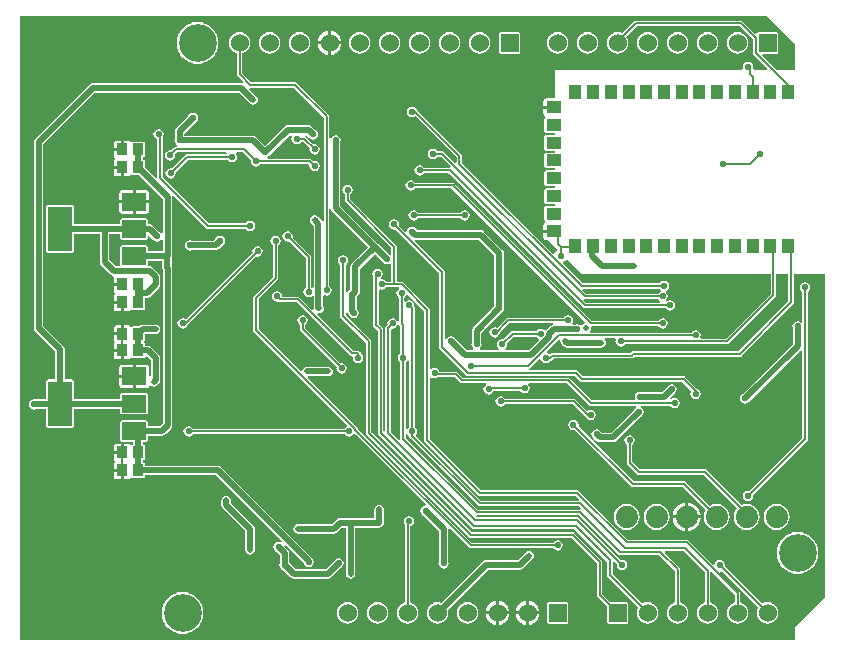
<source format=gbl>
G04 Layer_Physical_Order=2*
G04 Layer_Color=16711680*
%FSLAX25Y25*%
%MOIN*%
G70*
G01*
G75*
%ADD16R,0.03543X0.03937*%
%ADD29C,0.02000*%
%ADD30C,0.00600*%
%ADD32R,0.06000X0.06000*%
%ADD33C,0.06000*%
%ADD34C,0.07400*%
%ADD35C,0.12598*%
%ADD36C,0.03600*%
%ADD37C,0.02200*%
%ADD38C,0.02000*%
%ADD39R,0.07874X0.05905*%
%ADD40R,0.07874X0.14961*%
%ADD41R,0.03937X0.05118*%
%ADD42R,0.05118X0.03937*%
G36*
X259133Y199641D02*
Y191000D01*
X253025D01*
X248136Y195889D01*
X248328Y196351D01*
X253000D01*
X253459Y196541D01*
X253649Y197000D01*
Y203000D01*
X253459Y203459D01*
X253000Y203649D01*
X247000D01*
X246541Y203459D01*
X246425Y203180D01*
X245889Y203009D01*
X241749Y207149D01*
X241451Y207348D01*
X241100Y207418D01*
X206000D01*
X205649Y207348D01*
X205351Y207149D01*
X201484Y203282D01*
X200940Y203507D01*
X200000Y203631D01*
X199060Y203507D01*
X198185Y203145D01*
X197432Y202568D01*
X196855Y201816D01*
X196493Y200940D01*
X196369Y200000D01*
X196493Y199060D01*
X196855Y198185D01*
X197432Y197432D01*
X198185Y196855D01*
X199060Y196493D01*
X200000Y196369D01*
X200940Y196493D01*
X201816Y196855D01*
X202568Y197432D01*
X203145Y198185D01*
X203507Y199060D01*
X203631Y200000D01*
X203507Y200940D01*
X203145Y201816D01*
X202914Y202116D01*
X206380Y205582D01*
X240720D01*
X245182Y201120D01*
Y196627D01*
X245252Y196276D01*
X245451Y195978D01*
X249968Y191462D01*
X249776Y191000D01*
X245478D01*
X245380Y191088D01*
X245134Y191500D01*
X245233Y192000D01*
X245101Y192663D01*
X244726Y193226D01*
X244163Y193601D01*
X243500Y193733D01*
X242837Y193601D01*
X242274Y193226D01*
X241899Y192663D01*
X241767Y192000D01*
X241866Y191500D01*
X241568Y191000D01*
X179000D01*
Y181567D01*
X176299D01*
X175909Y181489D01*
X175578Y181268D01*
X175357Y180937D01*
X175280Y180547D01*
Y179079D01*
X178858D01*
Y178079D01*
X175280D01*
Y176610D01*
X175357Y176220D01*
X175578Y175889D01*
X175909Y175668D01*
X175956Y175149D01*
X175840Y175101D01*
X175650Y174642D01*
Y170705D01*
X175840Y170246D01*
X176299Y170055D01*
X179000D01*
Y169386D01*
X176299D01*
X175840Y169195D01*
X175650Y168736D01*
Y164799D01*
X175840Y164340D01*
X176299Y164150D01*
X179000D01*
Y163480D01*
X176299D01*
X175840Y163290D01*
X175650Y162831D01*
Y158894D01*
X175840Y158434D01*
X176299Y158244D01*
X179000D01*
Y157575D01*
X176299D01*
X175840Y157384D01*
X175650Y156925D01*
Y152988D01*
X175840Y152529D01*
X176299Y152339D01*
X179000D01*
Y151669D01*
X176299D01*
X175840Y151479D01*
X175650Y151020D01*
Y147083D01*
X175840Y146624D01*
X176299Y146433D01*
X179000D01*
Y145764D01*
X176299D01*
X175840Y145573D01*
X175650Y145114D01*
Y141177D01*
X175840Y140718D01*
X175956Y140670D01*
X175909Y140151D01*
X175578Y139930D01*
X175357Y139599D01*
X175280Y139209D01*
Y137740D01*
X178858D01*
Y136740D01*
X175280D01*
Y135272D01*
X175357Y134881D01*
X175578Y134551D01*
X175909Y134330D01*
X176299Y134252D01*
X176577D01*
X177000Y134000D01*
X177000Y134000D01*
X177000Y134000D01*
X179725Y131275D01*
X179662Y130631D01*
X179486Y130514D01*
X179087Y129918D01*
X178539Y129759D01*
X148168Y160130D01*
Y162250D01*
X148098Y162601D01*
X147899Y162899D01*
X133149Y177649D01*
X133080Y177694D01*
X132726Y178226D01*
X132163Y178601D01*
X131500Y178733D01*
X130837Y178601D01*
X130274Y178226D01*
X129899Y177663D01*
X129767Y177000D01*
X129899Y176337D01*
X130274Y175774D01*
X130837Y175399D01*
X131500Y175267D01*
X132163Y175399D01*
X132547Y175655D01*
X146332Y161870D01*
Y160172D01*
X145832Y159965D01*
X142149Y163649D01*
X141851Y163848D01*
X141500Y163918D01*
X139931D01*
X139726Y164226D01*
X139163Y164601D01*
X138500Y164733D01*
X137837Y164601D01*
X137274Y164226D01*
X136899Y163663D01*
X136767Y163000D01*
X136899Y162337D01*
X137274Y161774D01*
X137837Y161399D01*
X138500Y161267D01*
X139163Y161399D01*
X139726Y161774D01*
X139931Y162082D01*
X141120D01*
X144343Y158859D01*
X144097Y158398D01*
X144000Y158418D01*
X135431D01*
X135226Y158726D01*
X134663Y159101D01*
X134000Y159233D01*
X133337Y159101D01*
X132774Y158726D01*
X132399Y158163D01*
X132267Y157500D01*
X132399Y156837D01*
X132774Y156274D01*
X133337Y155899D01*
X134000Y155767D01*
X134663Y155899D01*
X135226Y156274D01*
X135431Y156582D01*
X143620D01*
X188351Y111851D01*
X188649Y111652D01*
X189000Y111582D01*
X216069D01*
X216274Y111274D01*
X216837Y110899D01*
X217500Y110767D01*
X218163Y110899D01*
X218726Y111274D01*
X219101Y111837D01*
X219233Y112500D01*
X219101Y113163D01*
X218726Y113726D01*
X218163Y114101D01*
X217500Y114233D01*
X216837Y114101D01*
X216528Y113895D01*
X216226Y114274D01*
X216601Y114837D01*
X216733Y115500D01*
X216601Y116163D01*
X216226Y116726D01*
X216023Y116861D01*
X216129Y117392D01*
X216163Y117399D01*
X216726Y117774D01*
X217101Y118337D01*
X217233Y119000D01*
X217101Y119663D01*
X216726Y120226D01*
X216163Y120601D01*
X215500Y120733D01*
X214837Y120601D01*
X214274Y120226D01*
X214069Y119918D01*
X188380D01*
X181759Y126539D01*
X181918Y127087D01*
X182514Y127486D01*
X182696Y127758D01*
X183193Y127807D01*
X188000Y123000D01*
X251027D01*
Y116324D01*
X236120Y101418D01*
X227862D01*
X227618Y101918D01*
X227733Y102500D01*
X227601Y103163D01*
X227226Y103726D01*
X226663Y104101D01*
X226000Y104233D01*
X225337Y104101D01*
X224774Y103726D01*
X224569Y103418D01*
X190912D01*
X190782Y103633D01*
X190701Y103918D01*
X191007Y104376D01*
X191131Y105000D01*
X191092Y105196D01*
X191410Y105582D01*
X213569D01*
X213774Y105274D01*
X214337Y104899D01*
X215000Y104767D01*
X215663Y104899D01*
X216226Y105274D01*
X216601Y105837D01*
X216733Y106500D01*
X216601Y107163D01*
X216226Y107726D01*
X215663Y108101D01*
X215000Y108233D01*
X214337Y108101D01*
X213774Y107726D01*
X213569Y107418D01*
X191380D01*
X145649Y153149D01*
X145351Y153348D01*
X145000Y153418D01*
X132431D01*
X132226Y153726D01*
X131663Y154101D01*
X131000Y154233D01*
X130337Y154101D01*
X129774Y153726D01*
X129399Y153163D01*
X129267Y152500D01*
X129399Y151837D01*
X129774Y151274D01*
X130337Y150899D01*
X131000Y150767D01*
X131663Y150899D01*
X132226Y151274D01*
X132431Y151582D01*
X144620D01*
X189134Y107068D01*
X188969Y106526D01*
X188876Y106507D01*
X188347Y106154D01*
X188194Y105925D01*
X188097Y105884D01*
X187564Y105834D01*
X187163Y106101D01*
X186500Y106233D01*
X185987Y106131D01*
X185231D01*
X184964Y106631D01*
X185101Y106837D01*
X185233Y107500D01*
X185101Y108163D01*
X184726Y108726D01*
X184163Y109101D01*
X183500Y109233D01*
X182837Y109101D01*
X182274Y108726D01*
X182069Y108418D01*
X163500D01*
X163149Y108348D01*
X162851Y108149D01*
X159747Y105045D01*
X159663Y105101D01*
X159000Y105233D01*
X158337Y105101D01*
X157774Y104726D01*
X157399Y104163D01*
X157267Y103500D01*
X157399Y102837D01*
X157774Y102274D01*
X158337Y101899D01*
X159000Y101767D01*
X159663Y101899D01*
X160226Y102274D01*
X160601Y102837D01*
X160717Y103420D01*
X163880Y106582D01*
X178533D01*
X178582Y106082D01*
X178204Y106007D01*
X177675Y105654D01*
X176295Y104274D01*
X175730Y104226D01*
X175624Y104293D01*
X175163Y104601D01*
X174500Y104733D01*
X173837Y104601D01*
X173274Y104226D01*
X173069Y103918D01*
X165000D01*
X164649Y103848D01*
X164351Y103649D01*
X161863Y101161D01*
X161500Y101233D01*
X160837Y101101D01*
X160274Y100726D01*
X159899Y100163D01*
X159767Y99500D01*
X159899Y98837D01*
X160274Y98274D01*
X160488Y98131D01*
X160337Y97631D01*
X154163D01*
X154012Y98131D01*
X154226Y98274D01*
X154601Y98837D01*
X154733Y99500D01*
X154631Y100013D01*
Y103324D01*
X161291Y109984D01*
X161726Y110274D01*
X162101Y110837D01*
X162233Y111500D01*
X162131Y112013D01*
Y130000D01*
X162007Y130624D01*
X161653Y131154D01*
X155654Y137153D01*
X155124Y137507D01*
X154500Y137631D01*
X133176D01*
X133016Y137791D01*
X132726Y138226D01*
X132163Y138601D01*
X131500Y138733D01*
X130837Y138601D01*
X130274Y138226D01*
X129899Y137663D01*
X129806Y137199D01*
X129295Y137003D01*
X127161Y139137D01*
X127233Y139500D01*
X127101Y140163D01*
X126726Y140726D01*
X126163Y141101D01*
X125500Y141233D01*
X124837Y141101D01*
X124274Y140726D01*
X123899Y140163D01*
X123767Y139500D01*
X123899Y138837D01*
X124274Y138274D01*
X124837Y137899D01*
X125500Y137767D01*
X125863Y137839D01*
X140582Y123120D01*
Y98500D01*
X140652Y98149D01*
X140851Y97851D01*
X149351Y89351D01*
X149649Y89152D01*
X150000Y89082D01*
X185620D01*
X187351Y87351D01*
X187649Y87152D01*
X188000Y87082D01*
X221620D01*
X224655Y84047D01*
X224399Y83663D01*
X224267Y83000D01*
X224399Y82337D01*
X224774Y81774D01*
X225337Y81399D01*
X226000Y81267D01*
X226663Y81399D01*
X227226Y81774D01*
X227601Y82337D01*
X227733Y83000D01*
X227601Y83663D01*
X227226Y84226D01*
X226695Y84580D01*
X226649Y84649D01*
X222649Y88649D01*
X222351Y88848D01*
X222000Y88918D01*
X188380D01*
X186649Y90649D01*
X186351Y90848D01*
X186000Y90918D01*
X170796D01*
X170623Y91380D01*
X170630Y91418D01*
X170904Y91601D01*
X173898Y94595D01*
X174376Y94450D01*
X174399Y94337D01*
X174774Y93774D01*
X175337Y93399D01*
X176000Y93267D01*
X176663Y93399D01*
X177226Y93774D01*
X177431Y94082D01*
X177500D01*
X177851Y94152D01*
X178149Y94351D01*
X178704Y94907D01*
X204676D01*
X205027Y94976D01*
X205325Y95175D01*
X205556Y95407D01*
X240676D01*
X241027Y95476D01*
X241325Y95675D01*
X258499Y112849D01*
X258697Y113147D01*
X258767Y113498D01*
Y123000D01*
X269133D01*
Y15059D01*
X259397Y5622D01*
X259393Y5617D01*
X259387Y5613D01*
X259297Y5478D01*
X259205Y5344D01*
X259203Y5337D01*
X259199Y5332D01*
X259168Y5172D01*
X259134Y5014D01*
X259135Y5007D01*
X259133Y5000D01*
Y867D01*
X867D01*
Y209133D01*
X249641D01*
X259133Y199641D01*
D02*
G37*
G36*
X189000Y114582D02*
X213569D01*
X213774Y114274D01*
X214308Y113918D01*
X214314Y113881D01*
X214075Y113418D01*
X189380D01*
X188657Y114141D01*
X188903Y114602D01*
X189000Y114582D01*
D02*
G37*
G36*
X214274Y117774D02*
X214477Y117639D01*
X214371Y117108D01*
X214337Y117101D01*
X213774Y116726D01*
X213569Y116418D01*
X189380D01*
X188215Y117582D01*
X188423Y118082D01*
X214069D01*
X214274Y117774D01*
D02*
G37*
G36*
X173274Y101774D02*
X173756Y101452D01*
X173922Y100911D01*
X170643Y97631D01*
X162663D01*
X162512Y98131D01*
X162726Y98274D01*
X163101Y98837D01*
X163233Y99500D01*
X163161Y99863D01*
X165380Y102082D01*
X173069D01*
X173274Y101774D01*
D02*
G37*
G36*
X256932Y113878D02*
X240296Y97242D01*
X205176D01*
X204825Y97172D01*
X204527Y96973D01*
X204296Y96742D01*
X178324D01*
X177973Y96672D01*
X177675Y96473D01*
X177410Y96207D01*
X177226Y96226D01*
X176663Y96601D01*
X176550Y96624D01*
X176405Y97102D01*
X180497Y101194D01*
X180958Y100947D01*
X180869Y100500D01*
X180993Y99876D01*
X181346Y99347D01*
X181846Y98847D01*
X182376Y98493D01*
X183000Y98369D01*
X194500D01*
X195124Y98493D01*
X195653Y98847D01*
X196007Y99376D01*
X196131Y100000D01*
X196007Y100624D01*
X195701Y101082D01*
X195782Y101367D01*
X195912Y101582D01*
X199138D01*
X199382Y101082D01*
X199267Y100500D01*
X199399Y99837D01*
X199774Y99274D01*
X200337Y98899D01*
X201000Y98767D01*
X201663Y98899D01*
X202226Y99274D01*
X202431Y99582D01*
X236500D01*
X236851Y99652D01*
X237149Y99851D01*
X252593Y115295D01*
X252792Y115593D01*
X252862Y115944D01*
Y123000D01*
X256932D01*
Y113878D01*
D02*
G37*
G36*
X158869Y129324D02*
Y112176D01*
X151847Y105154D01*
X151493Y104624D01*
X151369Y104000D01*
Y100013D01*
X151267Y99500D01*
X151399Y98837D01*
X151774Y98274D01*
X151988Y98131D01*
X151837Y97631D01*
X149676D01*
X146016Y101291D01*
X145726Y101726D01*
X145163Y102101D01*
X144500Y102233D01*
X143837Y102101D01*
X143274Y101726D01*
X142918Y101192D01*
X142881Y101186D01*
X142418Y101425D01*
Y123500D01*
X142348Y123851D01*
X142149Y124149D01*
X132417Y133881D01*
X132442Y134029D01*
X132636Y134369D01*
X153824D01*
X158869Y129324D01*
D02*
G37*
%LPC*%
G36*
X253000Y46337D02*
X251877Y46189D01*
X250831Y45756D01*
X249933Y45067D01*
X249244Y44168D01*
X248811Y43123D01*
X248663Y42000D01*
X248811Y40878D01*
X249244Y39832D01*
X249933Y38933D01*
X250831Y38244D01*
X251877Y37811D01*
X253000Y37663D01*
X254122Y37811D01*
X255169Y38244D01*
X256067Y38933D01*
X256756Y39832D01*
X257189Y40878D01*
X257337Y42000D01*
X257189Y43123D01*
X256756Y44168D01*
X256067Y45067D01*
X255169Y45756D01*
X254122Y46189D01*
X253000Y46337D01*
D02*
G37*
G36*
X222500Y46675D02*
X221773Y46579D01*
X220630Y46106D01*
X219648Y45352D01*
X218895Y44370D01*
X218421Y43227D01*
X218325Y42500D01*
X222500D01*
Y46675D01*
D02*
G37*
G36*
X223500D02*
Y42500D01*
X227675D01*
X227579Y43227D01*
X227105Y44370D01*
X226352Y45352D01*
X225370Y46106D01*
X224227Y46579D01*
X223500Y46675D01*
D02*
G37*
G36*
X204000Y69233D02*
X203337Y69101D01*
X202774Y68726D01*
X202399Y68163D01*
X202267Y67500D01*
X202399Y66837D01*
X202774Y66274D01*
X203082Y66069D01*
Y60000D01*
X203152Y59649D01*
X203351Y59351D01*
X206351Y56351D01*
X206649Y56152D01*
X207000Y56082D01*
X228620D01*
X239804Y44898D01*
X239244Y44168D01*
X238811Y43123D01*
X238663Y42000D01*
X238811Y40878D01*
X239244Y39832D01*
X239933Y38933D01*
X240831Y38244D01*
X241878Y37811D01*
X243000Y37663D01*
X244123Y37811D01*
X245169Y38244D01*
X246067Y38933D01*
X246756Y39832D01*
X247189Y40878D01*
X247337Y42000D01*
X247189Y43123D01*
X246756Y44168D01*
X246067Y45067D01*
X245169Y45756D01*
X244123Y46189D01*
X243000Y46337D01*
X241878Y46189D01*
X241334Y45964D01*
X229649Y57649D01*
X229351Y57848D01*
X229000Y57918D01*
X207380D01*
X204918Y60380D01*
Y66069D01*
X205226Y66274D01*
X205601Y66837D01*
X205733Y67500D01*
X205601Y68163D01*
X205226Y68726D01*
X204663Y69101D01*
X204000Y69233D01*
D02*
G37*
G36*
X203000Y46337D02*
X201877Y46189D01*
X200831Y45756D01*
X199933Y45067D01*
X199244Y44168D01*
X198811Y43123D01*
X198663Y42000D01*
X198811Y40878D01*
X199244Y39832D01*
X199933Y38933D01*
X200831Y38244D01*
X201877Y37811D01*
X203000Y37663D01*
X204122Y37811D01*
X205169Y38244D01*
X206067Y38933D01*
X206756Y39832D01*
X207189Y40878D01*
X207337Y42000D01*
X207189Y43123D01*
X206756Y44168D01*
X206067Y45067D01*
X205169Y45756D01*
X204122Y46189D01*
X203000Y46337D01*
D02*
G37*
G36*
X213000D02*
X211877Y46189D01*
X210831Y45756D01*
X209933Y45067D01*
X209244Y44168D01*
X208811Y43123D01*
X208663Y42000D01*
X208811Y40878D01*
X209244Y39832D01*
X209933Y38933D01*
X210831Y38244D01*
X211877Y37811D01*
X213000Y37663D01*
X214123Y37811D01*
X215169Y38244D01*
X216067Y38933D01*
X216756Y39832D01*
X217189Y40878D01*
X217337Y42000D01*
X217189Y43123D01*
X216756Y44168D01*
X216067Y45067D01*
X215169Y45756D01*
X214123Y46189D01*
X213000Y46337D01*
D02*
G37*
G36*
X185319Y74414D02*
X184656Y74282D01*
X184093Y73907D01*
X183718Y73344D01*
X183586Y72681D01*
X183718Y72018D01*
X184093Y71456D01*
X184656Y71080D01*
X185319Y70948D01*
X185682Y71020D01*
X204351Y52351D01*
X204649Y52152D01*
X205000Y52082D01*
X221620D01*
X229370Y44333D01*
X229244Y44168D01*
X228811Y43123D01*
X228663Y42000D01*
X228811Y40878D01*
X229244Y39832D01*
X229933Y38933D01*
X230831Y38244D01*
X231877Y37811D01*
X233000Y37663D01*
X234122Y37811D01*
X235169Y38244D01*
X236067Y38933D01*
X236756Y39832D01*
X237189Y40878D01*
X237337Y42000D01*
X237189Y43123D01*
X236756Y44168D01*
X236067Y45067D01*
X235169Y45756D01*
X234122Y46189D01*
X233000Y46337D01*
X231877Y46189D01*
X230831Y45756D01*
X230667Y45630D01*
X222649Y53649D01*
X222351Y53848D01*
X222000Y53918D01*
X205380D01*
X186980Y72318D01*
X187052Y72681D01*
X186920Y73344D01*
X186545Y73907D01*
X185982Y74282D01*
X185319Y74414D01*
D02*
G37*
G36*
X38402Y92799D02*
X34965D01*
X34574Y92721D01*
X34244Y92501D01*
X34023Y92170D01*
X33945Y91780D01*
Y89327D01*
X38402D01*
Y92799D01*
D02*
G37*
G36*
Y88327D02*
X33945D01*
Y85874D01*
X34023Y85484D01*
X34244Y85153D01*
X34574Y84932D01*
X34965Y84854D01*
X38402D01*
Y88327D01*
D02*
G37*
G36*
X34366Y97000D02*
X32075D01*
Y95531D01*
X32153Y95141D01*
X32373Y94810D01*
X32704Y94590D01*
X33094Y94512D01*
X34366D01*
Y97000D01*
D02*
G37*
G36*
X95000Y109233D02*
X94337Y109101D01*
X93774Y108726D01*
X93399Y108163D01*
X93267Y107500D01*
X93399Y106837D01*
X93774Y106274D01*
X94082Y106069D01*
Y104500D01*
X94152Y104149D01*
X94351Y103851D01*
X106339Y91863D01*
X106267Y91500D01*
X106399Y90837D01*
X106774Y90274D01*
X107337Y89899D01*
X108000Y89767D01*
X108663Y89899D01*
X109226Y90274D01*
X109601Y90837D01*
X109733Y91500D01*
X109601Y92163D01*
X109226Y92726D01*
X108663Y93101D01*
X108000Y93233D01*
X107637Y93161D01*
X95918Y104880D01*
Y106069D01*
X96226Y106274D01*
X96601Y106837D01*
X96733Y107500D01*
X96601Y108163D01*
X96226Y108726D01*
X95663Y109101D01*
X95000Y109233D01*
D02*
G37*
G36*
X34366Y66488D02*
X33094D01*
X32704Y66410D01*
X32373Y66189D01*
X32153Y65859D01*
X32075Y65469D01*
Y64000D01*
X34366D01*
Y66488D01*
D02*
G37*
G36*
Y57000D02*
X32075D01*
Y55532D01*
X32153Y55141D01*
X32373Y54811D01*
X32704Y54589D01*
X33094Y54512D01*
X34366D01*
Y57000D01*
D02*
G37*
G36*
X161000Y82233D02*
X160337Y82101D01*
X159774Y81726D01*
X159399Y81163D01*
X159267Y80500D01*
X159399Y79837D01*
X159774Y79274D01*
X160337Y78899D01*
X161000Y78767D01*
X161663Y78899D01*
X162226Y79274D01*
X162431Y79582D01*
X185120D01*
X189465Y75237D01*
X189774Y74774D01*
X190337Y74399D01*
X191000Y74267D01*
X191663Y74399D01*
X192226Y74774D01*
X192601Y75337D01*
X192733Y76000D01*
X192601Y76663D01*
X192226Y77226D01*
X191663Y77601D01*
X191000Y77733D01*
X190337Y77601D01*
X189953Y77345D01*
X186149Y81149D01*
X185851Y81348D01*
X185500Y81418D01*
X162431D01*
X162226Y81726D01*
X161663Y82101D01*
X161000Y82233D01*
D02*
G37*
G36*
X86000Y135733D02*
X85337Y135601D01*
X84774Y135226D01*
X84399Y134663D01*
X84267Y134000D01*
X84399Y133337D01*
X84774Y132774D01*
X85082Y132569D01*
Y121880D01*
X78851Y115649D01*
X78652Y115351D01*
X78582Y115000D01*
Y104328D01*
X78652Y103977D01*
X78851Y103680D01*
X109948Y72582D01*
X109768Y72056D01*
X109274Y71726D01*
X109069Y71418D01*
X58431D01*
X58226Y71726D01*
X57663Y72101D01*
X57000Y72233D01*
X56337Y72101D01*
X55774Y71726D01*
X55399Y71163D01*
X55267Y70500D01*
X55399Y69837D01*
X55774Y69274D01*
X56337Y68899D01*
X57000Y68767D01*
X57663Y68899D01*
X58226Y69274D01*
X58431Y69582D01*
X109069D01*
X109274Y69274D01*
X109837Y68899D01*
X110500Y68767D01*
X111163Y68899D01*
X111726Y69274D01*
X111924Y69571D01*
X112538Y69664D01*
X135997Y46205D01*
X135801Y45694D01*
X135337Y45601D01*
X134774Y45226D01*
X134399Y44663D01*
X134267Y44000D01*
X134399Y43337D01*
X134774Y42774D01*
X135209Y42484D01*
X140369Y37324D01*
Y27013D01*
X140267Y26500D01*
X140399Y25837D01*
X140774Y25274D01*
X141337Y24899D01*
X142000Y24767D01*
X142663Y24899D01*
X143226Y25274D01*
X143601Y25837D01*
X143733Y26500D01*
X143631Y27013D01*
Y37864D01*
X143971Y38058D01*
X144119Y38083D01*
X150351Y31851D01*
X150649Y31652D01*
X151000Y31582D01*
X178569D01*
X178774Y31274D01*
X179337Y30899D01*
X180000Y30767D01*
X180663Y30899D01*
X181226Y31274D01*
X181601Y31837D01*
X181733Y32500D01*
X181601Y33163D01*
X181226Y33726D01*
X180663Y34101D01*
X180000Y34233D01*
X179337Y34101D01*
X178774Y33726D01*
X178569Y33418D01*
X151380D01*
X113405Y71393D01*
X113348Y71680D01*
X113149Y71977D01*
X96758Y88369D01*
X96965Y88869D01*
X103500D01*
X104124Y88993D01*
X104654Y89346D01*
X105007Y89876D01*
X105131Y90500D01*
X105007Y91124D01*
X104654Y91654D01*
X104124Y92007D01*
X103500Y92131D01*
X96500D01*
X95876Y92007D01*
X95346Y91654D01*
X94993Y91124D01*
X94946Y90887D01*
X94403Y90723D01*
X80418Y104709D01*
Y114620D01*
X86649Y120851D01*
X86848Y121149D01*
X86918Y121500D01*
Y132569D01*
X87226Y132774D01*
X87601Y133337D01*
X87733Y134000D01*
X87601Y134663D01*
X87226Y135226D01*
X86663Y135601D01*
X86000Y135733D01*
D02*
G37*
G36*
X120000Y13631D02*
X119060Y13507D01*
X118184Y13145D01*
X117432Y12567D01*
X116855Y11816D01*
X116493Y10940D01*
X116369Y10000D01*
X116493Y9060D01*
X116855Y8185D01*
X117432Y7433D01*
X118184Y6855D01*
X119060Y6493D01*
X120000Y6369D01*
X120940Y6493D01*
X121816Y6855D01*
X122568Y7433D01*
X123145Y8185D01*
X123507Y9060D01*
X123631Y10000D01*
X123507Y10940D01*
X123145Y11816D01*
X122568Y12567D01*
X121816Y13145D01*
X120940Y13507D01*
X120000Y13631D01*
D02*
G37*
G36*
X110000D02*
X109060Y13507D01*
X108185Y13145D01*
X107432Y12567D01*
X106855Y11816D01*
X106493Y10940D01*
X106369Y10000D01*
X106493Y9060D01*
X106855Y8185D01*
X107432Y7433D01*
X108185Y6855D01*
X109060Y6493D01*
X110000Y6369D01*
X110940Y6493D01*
X111816Y6855D01*
X112568Y7433D01*
X113145Y8185D01*
X113507Y9060D01*
X113631Y10000D01*
X113507Y10940D01*
X113145Y11816D01*
X112568Y12567D01*
X111816Y13145D01*
X110940Y13507D01*
X110000Y13631D01*
D02*
G37*
G36*
X130500Y42233D02*
X129837Y42101D01*
X129274Y41726D01*
X128899Y41163D01*
X128767Y40500D01*
X128899Y39837D01*
X129082Y39562D01*
Y13510D01*
X129060Y13507D01*
X128184Y13145D01*
X127432Y12567D01*
X126855Y11816D01*
X126493Y10940D01*
X126369Y10000D01*
X126493Y9060D01*
X126855Y8185D01*
X127432Y7433D01*
X128184Y6855D01*
X129060Y6493D01*
X130000Y6369D01*
X130940Y6493D01*
X131816Y6855D01*
X132568Y7433D01*
X133145Y8185D01*
X133507Y9060D01*
X133631Y10000D01*
X133507Y10940D01*
X133145Y11816D01*
X132568Y12567D01*
X131816Y13145D01*
X130940Y13507D01*
X130918Y13510D01*
Y38850D01*
X131163Y38899D01*
X131726Y39274D01*
X132101Y39837D01*
X132233Y40500D01*
X132101Y41163D01*
X131726Y41726D01*
X131163Y42101D01*
X130500Y42233D01*
D02*
G37*
G36*
X159500Y13969D02*
X158956Y13897D01*
X157983Y13494D01*
X157147Y12853D01*
X156506Y12017D01*
X156103Y11044D01*
X156031Y10500D01*
X159500D01*
Y13969D01*
D02*
G37*
G36*
X150000Y13631D02*
X149060Y13507D01*
X148185Y13145D01*
X147432Y12567D01*
X146855Y11816D01*
X146493Y10940D01*
X146369Y10000D01*
X146493Y9060D01*
X146855Y8185D01*
X147432Y7433D01*
X148185Y6855D01*
X149060Y6493D01*
X150000Y6369D01*
X150940Y6493D01*
X151815Y6855D01*
X152568Y7433D01*
X153145Y8185D01*
X153507Y9060D01*
X153631Y10000D01*
X153507Y10940D01*
X153145Y11816D01*
X152568Y12567D01*
X151815Y13145D01*
X150940Y13507D01*
X150000Y13631D01*
D02*
G37*
G36*
X169500Y9500D02*
X166031D01*
X166103Y8956D01*
X166506Y7983D01*
X167147Y7147D01*
X167983Y6506D01*
X168956Y6103D01*
X169500Y6031D01*
Y9500D01*
D02*
G37*
G36*
X159500D02*
X156031D01*
X156103Y8956D01*
X156506Y7983D01*
X157147Y7147D01*
X157983Y6506D01*
X158956Y6103D01*
X159500Y6031D01*
Y9500D01*
D02*
G37*
G36*
X163969D02*
X160500D01*
Y6031D01*
X161044Y6103D01*
X162017Y6506D01*
X162853Y7147D01*
X163494Y7983D01*
X163897Y8956D01*
X163969Y9500D01*
D02*
G37*
G36*
X183000Y13649D02*
X177000D01*
X176541Y13459D01*
X176351Y13000D01*
Y7000D01*
X176541Y6541D01*
X177000Y6351D01*
X183000D01*
X183459Y6541D01*
X183649Y7000D01*
Y13000D01*
X183459Y13459D01*
X183000Y13649D01*
D02*
G37*
G36*
X173969Y9500D02*
X170500D01*
Y6031D01*
X171044Y6103D01*
X172017Y6506D01*
X172853Y7147D01*
X173494Y7983D01*
X173897Y8956D01*
X173969Y9500D01*
D02*
G37*
G36*
X69500Y49131D02*
X68876Y49007D01*
X68347Y48654D01*
X67993Y48124D01*
X67869Y47500D01*
Y46000D01*
X67993Y45376D01*
X68347Y44846D01*
X75869Y37324D01*
Y31000D01*
X75993Y30376D01*
X76346Y29847D01*
X76876Y29493D01*
X77500Y29369D01*
X78124Y29493D01*
X78654Y29847D01*
X79007Y30376D01*
X79131Y31000D01*
Y38000D01*
X79007Y38624D01*
X78654Y39154D01*
X71131Y46676D01*
Y47500D01*
X71007Y48124D01*
X70653Y48654D01*
X70124Y49007D01*
X69500Y49131D01*
D02*
G37*
G36*
X120500Y46131D02*
X119876Y46007D01*
X119346Y45654D01*
X118993Y45124D01*
X118869Y44500D01*
Y41631D01*
X107500D01*
X106876Y41507D01*
X106346Y41153D01*
X104824Y39631D01*
X93500D01*
X92876Y39507D01*
X92347Y39154D01*
X91993Y38624D01*
X91869Y38000D01*
X91993Y37376D01*
X92347Y36847D01*
X92876Y36493D01*
X93500Y36369D01*
X105500D01*
X106124Y36493D01*
X106653Y36847D01*
X108176Y38369D01*
X109369D01*
Y23000D01*
X109493Y22376D01*
X109846Y21847D01*
X110376Y21493D01*
X111000Y21369D01*
X111624Y21493D01*
X112153Y21847D01*
X112507Y22376D01*
X112631Y23000D01*
Y38369D01*
X120500D01*
X121124Y38493D01*
X121653Y38846D01*
X122007Y39376D01*
X122131Y40000D01*
Y44500D01*
X122007Y45124D01*
X121653Y45654D01*
X121124Y46007D01*
X120500Y46131D01*
D02*
G37*
G36*
X260000Y36979D02*
X259969Y36966D01*
X259936Y36976D01*
X258701Y36854D01*
X258643Y36823D01*
X258577Y36830D01*
X257389Y36469D01*
X257338Y36427D01*
X257272Y36421D01*
X256177Y35836D01*
X256135Y35784D01*
X256071Y35765D01*
X255112Y34978D01*
X255081Y34919D01*
X255022Y34888D01*
X254235Y33929D01*
X254216Y33865D01*
X254164Y33823D01*
X253579Y32728D01*
X253573Y32662D01*
X253531Y32611D01*
X253170Y31423D01*
X253177Y31357D01*
X253146Y31299D01*
X253024Y30064D01*
X253043Y30000D01*
X253024Y29936D01*
X253146Y28701D01*
X253177Y28643D01*
X253170Y28577D01*
X253531Y27389D01*
X253573Y27338D01*
X253579Y27272D01*
X254164Y26177D01*
X254216Y26135D01*
X254235Y26071D01*
X255022Y25112D01*
X255081Y25081D01*
X255112Y25022D01*
X256071Y24235D01*
X256135Y24216D01*
X256177Y24164D01*
X257272Y23579D01*
X257338Y23573D01*
X257389Y23531D01*
X258577Y23170D01*
X258643Y23177D01*
X258701Y23146D01*
X259936Y23024D01*
X259969Y23034D01*
X260000Y23021D01*
X260031Y23034D01*
X260064Y23024D01*
X261298Y23146D01*
X261357Y23177D01*
X261423Y23170D01*
X262611Y23531D01*
X262662Y23573D01*
X262728Y23579D01*
X263823Y24164D01*
X263865Y24216D01*
X263929Y24235D01*
X264888Y25022D01*
X264919Y25081D01*
X264978Y25112D01*
X265765Y26071D01*
X265784Y26135D01*
X265836Y26177D01*
X266421Y27272D01*
X266427Y27338D01*
X266469Y27389D01*
X266829Y28577D01*
X266823Y28643D01*
X266854Y28701D01*
X266976Y29936D01*
X266957Y30000D01*
X266976Y30064D01*
X266854Y31299D01*
X266823Y31357D01*
X266829Y31423D01*
X266469Y32611D01*
X266427Y32662D01*
X266421Y32728D01*
X265836Y33823D01*
X265784Y33865D01*
X265765Y33929D01*
X264978Y34888D01*
X264919Y34919D01*
X264888Y34978D01*
X263929Y35765D01*
X263865Y35784D01*
X263823Y35836D01*
X262728Y36421D01*
X262662Y36427D01*
X262611Y36469D01*
X261423Y36830D01*
X261357Y36823D01*
X261298Y36854D01*
X260064Y36976D01*
X260031Y36966D01*
X260000Y36979D01*
D02*
G37*
G36*
X227675Y41500D02*
X223500D01*
Y37325D01*
X224227Y37421D01*
X225370Y37894D01*
X226352Y38648D01*
X227105Y39630D01*
X227579Y40773D01*
X227675Y41500D01*
D02*
G37*
G36*
X222500D02*
X218325D01*
X218421Y40773D01*
X218895Y39630D01*
X219648Y38648D01*
X220630Y37894D01*
X221773Y37421D01*
X222500Y37325D01*
Y41500D01*
D02*
G37*
G36*
X160500Y13969D02*
Y10500D01*
X163969D01*
X163897Y11044D01*
X163494Y12017D01*
X162853Y12853D01*
X162017Y13494D01*
X161044Y13897D01*
X160500Y13969D01*
D02*
G37*
G36*
X169500D02*
X168956Y13897D01*
X167983Y13494D01*
X167147Y12853D01*
X166506Y12017D01*
X166103Y11044D01*
X166031Y10500D01*
X169500D01*
Y13969D01*
D02*
G37*
G36*
X170500D02*
Y10500D01*
X173969D01*
X173897Y11044D01*
X173494Y12017D01*
X172853Y12853D01*
X172017Y13494D01*
X171044Y13897D01*
X170500Y13969D01*
D02*
G37*
G36*
X55000Y16979D02*
X54969Y16966D01*
X54936Y16976D01*
X53702Y16854D01*
X53643Y16823D01*
X53577Y16829D01*
X52389Y16469D01*
X52338Y16427D01*
X52272Y16421D01*
X51177Y15836D01*
X51135Y15784D01*
X51071Y15765D01*
X50112Y14978D01*
X50081Y14919D01*
X50022Y14888D01*
X49235Y13929D01*
X49216Y13865D01*
X49164Y13823D01*
X48579Y12728D01*
X48573Y12662D01*
X48531Y12611D01*
X48171Y11423D01*
X48177Y11357D01*
X48146Y11299D01*
X48024Y10064D01*
X48043Y10000D01*
X48024Y9936D01*
X48146Y8702D01*
X48177Y8643D01*
X48171Y8577D01*
X48531Y7389D01*
X48573Y7338D01*
X48579Y7272D01*
X49164Y6177D01*
X49216Y6135D01*
X49235Y6071D01*
X50022Y5112D01*
X50081Y5081D01*
X50112Y5022D01*
X51071Y4235D01*
X51135Y4216D01*
X51177Y4164D01*
X52272Y3579D01*
X52338Y3573D01*
X52389Y3531D01*
X53577Y3170D01*
X53643Y3177D01*
X53702Y3146D01*
X54936Y3024D01*
X54969Y3034D01*
X55000Y3021D01*
X55031Y3034D01*
X55064Y3024D01*
X56299Y3146D01*
X56357Y3177D01*
X56423Y3170D01*
X57611Y3531D01*
X57662Y3573D01*
X57728Y3579D01*
X58823Y4164D01*
X58865Y4216D01*
X58929Y4235D01*
X59888Y5022D01*
X59919Y5081D01*
X59978Y5112D01*
X60765Y6071D01*
X60784Y6135D01*
X60836Y6177D01*
X61421Y7272D01*
X61427Y7338D01*
X61469Y7389D01*
X61830Y8577D01*
X61823Y8643D01*
X61854Y8702D01*
X61976Y9936D01*
X61957Y10000D01*
X61976Y10064D01*
X61854Y11299D01*
X61823Y11357D01*
X61830Y11423D01*
X61469Y12611D01*
X61427Y12662D01*
X61421Y12728D01*
X60836Y13823D01*
X60784Y13865D01*
X60765Y13929D01*
X59978Y14888D01*
X59919Y14919D01*
X59888Y14978D01*
X58929Y15765D01*
X58865Y15784D01*
X58823Y15836D01*
X57728Y16421D01*
X57662Y16427D01*
X57611Y16469D01*
X56423Y16829D01*
X56357Y16823D01*
X56299Y16854D01*
X55064Y16976D01*
X55031Y16966D01*
X55000Y16979D01*
D02*
G37*
G36*
X170500Y30631D02*
X169876Y30507D01*
X169346Y30154D01*
X166824Y27631D01*
X156000D01*
X155376Y27507D01*
X154847Y27154D01*
X141124Y13431D01*
X140940Y13507D01*
X140000Y13631D01*
X139060Y13507D01*
X138184Y13145D01*
X137432Y12567D01*
X136855Y11816D01*
X136493Y10940D01*
X136369Y10000D01*
X136493Y9060D01*
X136855Y8185D01*
X137432Y7433D01*
X138184Y6855D01*
X139060Y6493D01*
X140000Y6369D01*
X140940Y6493D01*
X141815Y6855D01*
X142568Y7433D01*
X143145Y8185D01*
X143507Y9060D01*
X143631Y10000D01*
X143507Y10940D01*
X143431Y11124D01*
X156676Y24369D01*
X167500D01*
X168124Y24493D01*
X168654Y24847D01*
X171653Y27847D01*
X172007Y28376D01*
X172131Y29000D01*
X172007Y29624D01*
X171653Y30154D01*
X171124Y30507D01*
X170500Y30631D01*
D02*
G37*
G36*
X114000Y203631D02*
X113060Y203507D01*
X112185Y203145D01*
X111432Y202568D01*
X110855Y201816D01*
X110493Y200940D01*
X110369Y200000D01*
X110493Y199060D01*
X110855Y198185D01*
X111432Y197432D01*
X112185Y196855D01*
X113060Y196493D01*
X114000Y196369D01*
X114940Y196493D01*
X115815Y196855D01*
X116568Y197432D01*
X117145Y198185D01*
X117507Y199060D01*
X117631Y200000D01*
X117507Y200940D01*
X117145Y201816D01*
X116568Y202568D01*
X115815Y203145D01*
X114940Y203507D01*
X114000Y203631D01*
D02*
G37*
G36*
X94000D02*
X93060Y203507D01*
X92185Y203145D01*
X91432Y202568D01*
X90855Y201816D01*
X90493Y200940D01*
X90369Y200000D01*
X90493Y199060D01*
X90855Y198185D01*
X91432Y197432D01*
X92185Y196855D01*
X93060Y196493D01*
X94000Y196369D01*
X94940Y196493D01*
X95815Y196855D01*
X96568Y197432D01*
X97145Y198185D01*
X97507Y199060D01*
X97631Y200000D01*
X97507Y200940D01*
X97145Y201816D01*
X96568Y202568D01*
X95815Y203145D01*
X94940Y203507D01*
X94000Y203631D01*
D02*
G37*
G36*
X124000D02*
X123060Y203507D01*
X122185Y203145D01*
X121432Y202568D01*
X120855Y201816D01*
X120493Y200940D01*
X120369Y200000D01*
X120493Y199060D01*
X120855Y198185D01*
X121432Y197432D01*
X122185Y196855D01*
X123060Y196493D01*
X124000Y196369D01*
X124940Y196493D01*
X125815Y196855D01*
X126568Y197432D01*
X127145Y198185D01*
X127507Y199060D01*
X127631Y200000D01*
X127507Y200940D01*
X127145Y201816D01*
X126568Y202568D01*
X125815Y203145D01*
X124940Y203507D01*
X124000Y203631D01*
D02*
G37*
G36*
X144000D02*
X143060Y203507D01*
X142184Y203145D01*
X141432Y202568D01*
X140855Y201816D01*
X140493Y200940D01*
X140369Y200000D01*
X140493Y199060D01*
X140855Y198185D01*
X141432Y197432D01*
X142184Y196855D01*
X143060Y196493D01*
X144000Y196369D01*
X144940Y196493D01*
X145816Y196855D01*
X146568Y197432D01*
X147145Y198185D01*
X147507Y199060D01*
X147631Y200000D01*
X147507Y200940D01*
X147145Y201816D01*
X146568Y202568D01*
X145816Y203145D01*
X144940Y203507D01*
X144000Y203631D01*
D02*
G37*
G36*
X134000D02*
X133060Y203507D01*
X132185Y203145D01*
X131432Y202568D01*
X130855Y201816D01*
X130493Y200940D01*
X130369Y200000D01*
X130493Y199060D01*
X130855Y198185D01*
X131432Y197432D01*
X132185Y196855D01*
X133060Y196493D01*
X134000Y196369D01*
X134940Y196493D01*
X135816Y196855D01*
X136568Y197432D01*
X137145Y198185D01*
X137507Y199060D01*
X137631Y200000D01*
X137507Y200940D01*
X137145Y201816D01*
X136568Y202568D01*
X135816Y203145D01*
X134940Y203507D01*
X134000Y203631D01*
D02*
G37*
G36*
X103500Y199500D02*
X100031D01*
X100103Y198956D01*
X100506Y197983D01*
X101147Y197147D01*
X101983Y196506D01*
X102956Y196103D01*
X103500Y196031D01*
Y199500D01*
D02*
G37*
G36*
X74000Y203631D02*
X73060Y203507D01*
X72184Y203145D01*
X71432Y202568D01*
X70855Y201816D01*
X70493Y200940D01*
X70369Y200000D01*
X70493Y199060D01*
X70855Y198185D01*
X71432Y197432D01*
X72184Y196855D01*
X73060Y196493D01*
X73082Y196490D01*
Y189500D01*
X73152Y189149D01*
X73351Y188851D01*
X75200Y187002D01*
X74954Y186541D01*
X74500Y186631D01*
X25000D01*
X24376Y186507D01*
X23846Y186153D01*
X5847Y168154D01*
X5493Y167624D01*
X5369Y167000D01*
Y105000D01*
X5493Y104376D01*
X5847Y103847D01*
X12467Y97226D01*
Y87901D01*
X10161D01*
X9702Y87711D01*
X9512Y87252D01*
Y81403D01*
X5772D01*
X5147Y81279D01*
X4901Y81114D01*
X4837Y81101D01*
X4274Y80726D01*
X3899Y80163D01*
X3767Y79500D01*
X3899Y78837D01*
X4274Y78274D01*
X4837Y77899D01*
X5500Y77767D01*
X6163Y77899D01*
X6525Y78140D01*
X9512D01*
Y72291D01*
X9702Y71832D01*
X10161Y71642D01*
X18035D01*
X18495Y71832D01*
X18685Y72291D01*
Y78140D01*
X34315D01*
Y76819D01*
X34505Y76360D01*
X34965Y76170D01*
X42839D01*
X43298Y76360D01*
X43488Y76819D01*
Y82724D01*
X43298Y83184D01*
X42839Y83374D01*
X34965D01*
X34505Y83184D01*
X34315Y82724D01*
Y81403D01*
X18685D01*
Y87252D01*
X18495Y87711D01*
X18035Y87901D01*
X15730D01*
Y97902D01*
X15606Y98526D01*
X15252Y99055D01*
X8631Y105676D01*
Y166324D01*
X25676Y183369D01*
X73824D01*
X77346Y179847D01*
X77876Y179493D01*
X78500Y179369D01*
X79124Y179493D01*
X79654Y179847D01*
X80007Y180376D01*
X80131Y181000D01*
X80007Y181624D01*
X79654Y182153D01*
X77169Y184639D01*
X77415Y185099D01*
X77500Y185082D01*
X92120D01*
X102082Y175120D01*
Y140812D01*
X101582Y140661D01*
X101453Y140854D01*
X100154Y142154D01*
X99624Y142507D01*
X99000Y142631D01*
X98376Y142507D01*
X97847Y142154D01*
X97493Y141624D01*
X97369Y141000D01*
X97493Y140376D01*
X97847Y139847D01*
X98669Y139024D01*
Y118717D01*
X98169Y118466D01*
X97918Y118653D01*
Y128500D01*
X97848Y128851D01*
X97649Y129149D01*
X91661Y135137D01*
X91733Y135500D01*
X91601Y136163D01*
X91226Y136726D01*
X90663Y137101D01*
X90000Y137233D01*
X89337Y137101D01*
X88774Y136726D01*
X88399Y136163D01*
X88267Y135500D01*
X88399Y134837D01*
X88774Y134274D01*
X89337Y133899D01*
X90000Y133767D01*
X90363Y133839D01*
X96082Y128120D01*
Y118431D01*
X95774Y118226D01*
X95399Y117663D01*
X95267Y117000D01*
X95399Y116337D01*
X95774Y115774D01*
X96337Y115399D01*
X97000Y115267D01*
X97663Y115399D01*
X98169Y115736D01*
X98419Y115671D01*
X98669Y115537D01*
Y111700D01*
X98759Y111246D01*
X98298Y111000D01*
X94149Y115149D01*
X93851Y115348D01*
X93500Y115418D01*
X88301D01*
X88233Y115500D01*
X88101Y116163D01*
X87726Y116726D01*
X87163Y117101D01*
X86500Y117233D01*
X85837Y117101D01*
X85274Y116726D01*
X84899Y116163D01*
X84767Y115500D01*
X84899Y114837D01*
X85274Y114274D01*
X85837Y113899D01*
X86500Y113767D01*
X86868Y113840D01*
X87149Y113652D01*
X87500Y113582D01*
X93120D01*
X110851Y95851D01*
X111149Y95652D01*
X111500Y95582D01*
X111808Y95207D01*
X111767Y95000D01*
X111899Y94337D01*
X112274Y93774D01*
X112837Y93399D01*
X113500Y93267D01*
X114163Y93399D01*
X114726Y93774D01*
X115101Y94337D01*
X115233Y95000D01*
X115101Y95663D01*
X114726Y96226D01*
X114418Y96431D01*
Y96500D01*
X114348Y96851D01*
X114149Y97149D01*
X113851Y97348D01*
X113500Y97418D01*
X111880D01*
X99800Y109498D01*
X100046Y109959D01*
X100500Y109869D01*
X101124Y109993D01*
X101654Y110346D01*
X102007Y110876D01*
X102131Y111500D01*
X102007Y112124D01*
X101931Y112238D01*
Y115614D01*
X102431Y115880D01*
X103000Y115767D01*
X103663Y115899D01*
X104226Y116274D01*
X104601Y116837D01*
X104733Y117500D01*
X104601Y118163D01*
X104226Y118726D01*
X103918Y118931D01*
Y144704D01*
X104418Y144754D01*
X104493Y144376D01*
X104847Y143846D01*
X116693Y132000D01*
X111346Y126654D01*
X110993Y126124D01*
X110869Y125500D01*
Y117676D01*
X110709Y117516D01*
X110274Y117226D01*
X109918Y116692D01*
X109881Y116686D01*
X109418Y116925D01*
Y126069D01*
X109726Y126274D01*
X110101Y126837D01*
X110233Y127500D01*
X110101Y128163D01*
X109726Y128726D01*
X109163Y129101D01*
X108500Y129233D01*
X107837Y129101D01*
X107274Y128726D01*
X106899Y128163D01*
X106767Y127500D01*
X106899Y126837D01*
X107274Y126274D01*
X107582Y126069D01*
Y109000D01*
X107652Y108649D01*
X107851Y108351D01*
X116082Y100120D01*
Y70000D01*
X116152Y69649D01*
X116351Y69351D01*
X150351Y35351D01*
X150649Y35152D01*
X151000Y35082D01*
X184620D01*
X193082Y26620D01*
Y16000D01*
X193152Y15649D01*
X193351Y15351D01*
X196351Y12352D01*
Y7000D01*
X196541Y6541D01*
X197000Y6351D01*
X203000D01*
X203459Y6541D01*
X203649Y7000D01*
Y13000D01*
X203459Y13459D01*
X203000Y13649D01*
X197648D01*
X194918Y16380D01*
Y27000D01*
X194848Y27351D01*
X194649Y27649D01*
X185649Y36649D01*
X185351Y36848D01*
X185000Y36918D01*
X151380D01*
X117918Y70380D01*
Y100500D01*
X117848Y100851D01*
X117649Y101149D01*
X109418Y109380D01*
Y110205D01*
X109918Y110254D01*
X109993Y109876D01*
X110346Y109346D01*
X110484Y109209D01*
X110774Y108774D01*
X111337Y108399D01*
X112000Y108267D01*
X112663Y108399D01*
X113226Y108774D01*
X113601Y109337D01*
X113733Y110000D01*
X113601Y110663D01*
X113226Y111226D01*
X113131Y111289D01*
Y115324D01*
X113654Y115847D01*
X114007Y116376D01*
X114131Y117000D01*
Y124824D01*
X119000Y129693D01*
X121484Y127209D01*
X121774Y126774D01*
X122337Y126399D01*
X123000Y126267D01*
X123663Y126399D01*
X124082Y126679D01*
X124582Y126477D01*
Y120418D01*
X122931D01*
X122726Y120726D01*
X122163Y121101D01*
X121500Y121233D01*
X121238Y121181D01*
X121043Y121652D01*
X121226Y121774D01*
X121601Y122337D01*
X121733Y123000D01*
X121601Y123663D01*
X121226Y124226D01*
X120663Y124601D01*
X120000Y124733D01*
X119337Y124601D01*
X118774Y124226D01*
X118399Y123663D01*
X118267Y123000D01*
X118399Y122337D01*
X118582Y122062D01*
Y106000D01*
X118652Y105649D01*
X118851Y105351D01*
X120082Y104120D01*
Y70000D01*
X120152Y69649D01*
X120351Y69351D01*
X151351Y38351D01*
X151649Y38152D01*
X152000Y38082D01*
X185620D01*
X196582Y27120D01*
Y22500D01*
X196652Y22149D01*
X196851Y21851D01*
X206869Y11833D01*
X206855Y11816D01*
X206493Y10940D01*
X206369Y10000D01*
X206493Y9060D01*
X206855Y8185D01*
X207433Y7433D01*
X208185Y6855D01*
X209060Y6493D01*
X210000Y6369D01*
X210940Y6493D01*
X211816Y6855D01*
X212567Y7433D01*
X213145Y8185D01*
X213507Y9060D01*
X213631Y10000D01*
X213507Y10940D01*
X213145Y11816D01*
X212567Y12567D01*
X211816Y13145D01*
X210940Y13507D01*
X210000Y13631D01*
X209060Y13507D01*
X208185Y13145D01*
X208167Y13131D01*
X198418Y22880D01*
Y27077D01*
X198918Y27285D01*
X199839Y26363D01*
X199767Y26000D01*
X199899Y25337D01*
X200274Y24774D01*
X200837Y24399D01*
X201500Y24267D01*
X202163Y24399D01*
X202726Y24774D01*
X203101Y25337D01*
X203233Y26000D01*
X203101Y26663D01*
X202726Y27226D01*
X202163Y27601D01*
X201500Y27733D01*
X201137Y27661D01*
X187149Y41649D01*
X186851Y41848D01*
X186500Y41918D01*
X153105D01*
X152985Y42088D01*
X153250Y42582D01*
X187120D01*
X200051Y29651D01*
X200349Y29452D01*
X200700Y29382D01*
X213820D01*
X219082Y24120D01*
Y13510D01*
X219060Y13507D01*
X218184Y13145D01*
X217432Y12567D01*
X216855Y11816D01*
X216493Y10940D01*
X216369Y10000D01*
X216493Y9060D01*
X216855Y8185D01*
X217432Y7433D01*
X218184Y6855D01*
X219060Y6493D01*
X220000Y6369D01*
X220940Y6493D01*
X221815Y6855D01*
X222568Y7433D01*
X223145Y8185D01*
X223507Y9060D01*
X223631Y10000D01*
X223507Y10940D01*
X223145Y11816D01*
X222568Y12567D01*
X221815Y13145D01*
X220940Y13507D01*
X220918Y13510D01*
Y24500D01*
X220848Y24851D01*
X220649Y25149D01*
X215677Y30120D01*
X215869Y30582D01*
X222120D01*
X229082Y23620D01*
Y13510D01*
X229060Y13507D01*
X228185Y13145D01*
X227432Y12567D01*
X226855Y11816D01*
X226493Y10940D01*
X226369Y10000D01*
X226493Y9060D01*
X226855Y8185D01*
X227432Y7433D01*
X228185Y6855D01*
X229060Y6493D01*
X230000Y6369D01*
X230940Y6493D01*
X231816Y6855D01*
X232568Y7433D01*
X233145Y8185D01*
X233507Y9060D01*
X233631Y10000D01*
X233507Y10940D01*
X233145Y11816D01*
X232568Y12567D01*
X231816Y13145D01*
X230940Y13507D01*
X230918Y13510D01*
Y23577D01*
X231418Y23785D01*
X239082Y16120D01*
Y13510D01*
X239060Y13507D01*
X238184Y13145D01*
X237433Y12567D01*
X236855Y11816D01*
X236493Y10940D01*
X236369Y10000D01*
X236493Y9060D01*
X236855Y8185D01*
X237433Y7433D01*
X238184Y6855D01*
X239060Y6493D01*
X240000Y6369D01*
X240940Y6493D01*
X241815Y6855D01*
X242567Y7433D01*
X243145Y8185D01*
X243507Y9060D01*
X243631Y10000D01*
X243507Y10940D01*
X243145Y11816D01*
X242567Y12567D01*
X241815Y13145D01*
X240940Y13507D01*
X240918Y13510D01*
Y16500D01*
X240848Y16851D01*
X240649Y17149D01*
X234316Y23482D01*
X234478Y24027D01*
X234640Y24062D01*
X246869Y11833D01*
X246855Y11816D01*
X246493Y10940D01*
X246369Y10000D01*
X246493Y9060D01*
X246855Y8185D01*
X247432Y7433D01*
X248184Y6855D01*
X249060Y6493D01*
X250000Y6369D01*
X250940Y6493D01*
X251816Y6855D01*
X252568Y7433D01*
X253145Y8185D01*
X253507Y9060D01*
X253631Y10000D01*
X253507Y10940D01*
X253145Y11816D01*
X252568Y12567D01*
X251816Y13145D01*
X250940Y13507D01*
X250000Y13631D01*
X249060Y13507D01*
X248184Y13145D01*
X248167Y13131D01*
X235661Y25637D01*
X235733Y26000D01*
X235601Y26663D01*
X235226Y27226D01*
X234663Y27601D01*
X234000Y27733D01*
X233337Y27601D01*
X232774Y27226D01*
X232399Y26663D01*
X232306Y26199D01*
X231795Y26002D01*
X223649Y34149D01*
X223351Y34348D01*
X223000Y34418D01*
X203380D01*
X187149Y50649D01*
X186851Y50848D01*
X186500Y50918D01*
X154380D01*
X137418Y67880D01*
Y88477D01*
X137918Y88679D01*
X138337Y88399D01*
X139000Y88267D01*
X139663Y88399D01*
X139938Y88582D01*
X145620D01*
X147351Y86851D01*
X147649Y86652D01*
X148000Y86582D01*
X156075D01*
X156314Y86119D01*
X156308Y86082D01*
X155774Y85726D01*
X155399Y85163D01*
X155267Y84500D01*
X155399Y83837D01*
X155774Y83274D01*
X156337Y82899D01*
X157000Y82767D01*
X157663Y82899D01*
X158226Y83274D01*
X158601Y83837D01*
X158650Y84082D01*
X167569D01*
X167774Y83774D01*
X168337Y83399D01*
X169000Y83267D01*
X169663Y83399D01*
X170226Y83774D01*
X170601Y84337D01*
X170733Y85000D01*
X170601Y85663D01*
X170321Y86082D01*
X170523Y86582D01*
X183120D01*
X190351Y79351D01*
X190649Y79152D01*
X191000Y79082D01*
X206075D01*
X206314Y78619D01*
X206308Y78582D01*
X205774Y78226D01*
X205484Y77791D01*
X197824Y70131D01*
X194676D01*
X194516Y70291D01*
X194226Y70726D01*
X193663Y71101D01*
X193000Y71233D01*
X192337Y71101D01*
X191774Y70726D01*
X191399Y70163D01*
X191267Y69500D01*
X191399Y68837D01*
X191774Y68274D01*
X192209Y67984D01*
X192847Y67347D01*
X193376Y66993D01*
X194000Y66869D01*
X198500D01*
X199124Y66993D01*
X199653Y67347D01*
X207791Y75484D01*
X208226Y75774D01*
X208601Y76337D01*
X208733Y77000D01*
X208601Y77663D01*
X208226Y78226D01*
X207692Y78582D01*
X207686Y78619D01*
X207925Y79082D01*
X217569D01*
X217774Y78774D01*
X218337Y78399D01*
X219000Y78267D01*
X219663Y78399D01*
X220226Y78774D01*
X220601Y79337D01*
X220733Y80000D01*
X220601Y80663D01*
X220226Y81226D01*
X219663Y81601D01*
X219000Y81733D01*
X218337Y81601D01*
X217788Y81235D01*
X217773Y81226D01*
X217744Y81230D01*
X217564Y81757D01*
X218791Y82984D01*
X219226Y83274D01*
X219601Y83837D01*
X219733Y84500D01*
X219601Y85163D01*
X219226Y85726D01*
X218663Y86101D01*
X218000Y86233D01*
X217337Y86101D01*
X216774Y85726D01*
X216484Y85291D01*
X214824Y83631D01*
X208013D01*
X207500Y83733D01*
X206837Y83601D01*
X206274Y83226D01*
X205899Y82663D01*
X205767Y82000D01*
X205883Y81418D01*
X205638Y80918D01*
X191380D01*
X184149Y88149D01*
X183851Y88348D01*
X183500Y88418D01*
X148380D01*
X146649Y90149D01*
X146351Y90348D01*
X146000Y90418D01*
X140650D01*
X140601Y90663D01*
X140226Y91226D01*
X139663Y91601D01*
X139000Y91733D01*
X138337Y91601D01*
X137918Y91321D01*
X137418Y91523D01*
Y111000D01*
X137348Y111351D01*
X137149Y111649D01*
X128649Y120149D01*
X128351Y120348D01*
X128000Y120418D01*
X126418D01*
Y132000D01*
X126348Y132351D01*
X126149Y132649D01*
X110918Y147880D01*
Y149569D01*
X111226Y149774D01*
X111601Y150337D01*
X111733Y151000D01*
X111601Y151663D01*
X111226Y152226D01*
X110663Y152601D01*
X110000Y152733D01*
X109337Y152601D01*
X108774Y152226D01*
X108399Y151663D01*
X108267Y151000D01*
X108399Y150337D01*
X108774Y149774D01*
X109082Y149569D01*
Y147500D01*
X109152Y147149D01*
X109351Y146851D01*
X124582Y131620D01*
Y129523D01*
X124082Y129321D01*
X123791Y129516D01*
X120153Y133153D01*
X107631Y145676D01*
Y166988D01*
X107733Y167500D01*
X107601Y168163D01*
X107226Y168726D01*
X106663Y169101D01*
X106000Y169233D01*
X105337Y169101D01*
X104774Y168726D01*
X104418Y168192D01*
X104381Y168186D01*
X103918Y168425D01*
Y175500D01*
X103848Y175851D01*
X103649Y176149D01*
X93149Y186649D01*
X92851Y186848D01*
X92500Y186918D01*
X77880D01*
X74918Y189880D01*
Y196490D01*
X74940Y196493D01*
X75815Y196855D01*
X76568Y197432D01*
X77145Y198185D01*
X77507Y199060D01*
X77631Y200000D01*
X77507Y200940D01*
X77145Y201816D01*
X76568Y202568D01*
X75815Y203145D01*
X74940Y203507D01*
X74000Y203631D01*
D02*
G37*
G36*
X107969Y199500D02*
X104500D01*
Y196031D01*
X105044Y196103D01*
X106017Y196506D01*
X106853Y197147D01*
X107494Y197983D01*
X107897Y198956D01*
X107969Y199500D01*
D02*
G37*
G36*
X84000Y203631D02*
X83060Y203507D01*
X82184Y203145D01*
X81432Y202568D01*
X80855Y201816D01*
X80493Y200940D01*
X80369Y200000D01*
X80493Y199060D01*
X80855Y198185D01*
X81432Y197432D01*
X82184Y196855D01*
X83060Y196493D01*
X84000Y196369D01*
X84940Y196493D01*
X85816Y196855D01*
X86568Y197432D01*
X87145Y198185D01*
X87507Y199060D01*
X87631Y200000D01*
X87507Y200940D01*
X87145Y201816D01*
X86568Y202568D01*
X85816Y203145D01*
X84940Y203507D01*
X84000Y203631D01*
D02*
G37*
G36*
X167000Y203649D02*
X161000D01*
X160541Y203459D01*
X160351Y203000D01*
Y197000D01*
X160541Y196541D01*
X161000Y196351D01*
X167000D01*
X167459Y196541D01*
X167649Y197000D01*
Y203000D01*
X167459Y203459D01*
X167000Y203649D01*
D02*
G37*
G36*
X240000Y203631D02*
X239060Y203507D01*
X238184Y203145D01*
X237433Y202568D01*
X236855Y201816D01*
X236493Y200940D01*
X236369Y200000D01*
X236493Y199060D01*
X236855Y198185D01*
X237433Y197432D01*
X238184Y196855D01*
X239060Y196493D01*
X240000Y196369D01*
X240940Y196493D01*
X241815Y196855D01*
X242567Y197432D01*
X243145Y198185D01*
X243507Y199060D01*
X243631Y200000D01*
X243507Y200940D01*
X243145Y201816D01*
X242567Y202568D01*
X241815Y203145D01*
X240940Y203507D01*
X240000Y203631D01*
D02*
G37*
G36*
X230000D02*
X229060Y203507D01*
X228185Y203145D01*
X227432Y202568D01*
X226855Y201816D01*
X226493Y200940D01*
X226369Y200000D01*
X226493Y199060D01*
X226855Y198185D01*
X227432Y197432D01*
X228185Y196855D01*
X229060Y196493D01*
X230000Y196369D01*
X230940Y196493D01*
X231816Y196855D01*
X232568Y197432D01*
X233145Y198185D01*
X233507Y199060D01*
X233631Y200000D01*
X233507Y200940D01*
X233145Y201816D01*
X232568Y202568D01*
X231816Y203145D01*
X230940Y203507D01*
X230000Y203631D01*
D02*
G37*
G36*
X103500Y203969D02*
X102956Y203897D01*
X101983Y203494D01*
X101147Y202853D01*
X100506Y202017D01*
X100103Y201044D01*
X100031Y200500D01*
X103500D01*
Y203969D01*
D02*
G37*
G36*
X60000Y206979D02*
X59969Y206966D01*
X59936Y206976D01*
X58701Y206854D01*
X58643Y206823D01*
X58577Y206830D01*
X57389Y206469D01*
X57338Y206427D01*
X57272Y206421D01*
X56177Y205836D01*
X56135Y205784D01*
X56071Y205765D01*
X55112Y204978D01*
X55081Y204919D01*
X55022Y204888D01*
X54235Y203929D01*
X54216Y203865D01*
X54164Y203823D01*
X53579Y202728D01*
X53573Y202662D01*
X53531Y202611D01*
X53171Y201423D01*
X53177Y201357D01*
X53146Y201298D01*
X53024Y200064D01*
X53043Y200000D01*
X53024Y199936D01*
X53146Y198702D01*
X53177Y198643D01*
X53171Y198577D01*
X53531Y197389D01*
X53573Y197338D01*
X53579Y197272D01*
X54164Y196177D01*
X54216Y196135D01*
X54235Y196071D01*
X55022Y195112D01*
X55081Y195081D01*
X55112Y195022D01*
X56071Y194235D01*
X56135Y194216D01*
X56177Y194164D01*
X57272Y193579D01*
X57338Y193573D01*
X57389Y193531D01*
X58577Y193170D01*
X58643Y193177D01*
X58701Y193146D01*
X59936Y193024D01*
X59969Y193034D01*
X60000Y193021D01*
X60031Y193034D01*
X60064Y193024D01*
X61299Y193146D01*
X61357Y193177D01*
X61423Y193170D01*
X62611Y193531D01*
X62662Y193573D01*
X62728Y193579D01*
X63823Y194164D01*
X63865Y194216D01*
X63929Y194235D01*
X64888Y195022D01*
X64919Y195081D01*
X64978Y195112D01*
X65765Y196071D01*
X65784Y196135D01*
X65836Y196177D01*
X66421Y197272D01*
X66427Y197338D01*
X66469Y197389D01*
X66830Y198577D01*
X66823Y198643D01*
X66854Y198702D01*
X66976Y199936D01*
X66957Y200000D01*
X66976Y200064D01*
X66854Y201298D01*
X66823Y201357D01*
X66830Y201423D01*
X66469Y202611D01*
X66427Y202662D01*
X66421Y202728D01*
X65836Y203823D01*
X65784Y203865D01*
X65765Y203929D01*
X64978Y204888D01*
X64919Y204919D01*
X64888Y204978D01*
X63929Y205765D01*
X63865Y205784D01*
X63823Y205836D01*
X62728Y206421D01*
X62662Y206427D01*
X62611Y206469D01*
X61423Y206830D01*
X61357Y206823D01*
X61299Y206854D01*
X60064Y206976D01*
X60031Y206966D01*
X60000Y206979D01*
D02*
G37*
G36*
X104500Y203969D02*
Y200500D01*
X107969D01*
X107897Y201044D01*
X107494Y202017D01*
X106853Y202853D01*
X106017Y203494D01*
X105044Y203897D01*
X104500Y203969D01*
D02*
G37*
G36*
X180000Y203631D02*
X179060Y203507D01*
X178184Y203145D01*
X177432Y202568D01*
X176855Y201816D01*
X176493Y200940D01*
X176369Y200000D01*
X176493Y199060D01*
X176855Y198185D01*
X177432Y197432D01*
X178184Y196855D01*
X179060Y196493D01*
X180000Y196369D01*
X180940Y196493D01*
X181816Y196855D01*
X182568Y197432D01*
X183145Y198185D01*
X183507Y199060D01*
X183631Y200000D01*
X183507Y200940D01*
X183145Y201816D01*
X182568Y202568D01*
X181816Y203145D01*
X180940Y203507D01*
X180000Y203631D01*
D02*
G37*
G36*
X154000D02*
X153060Y203507D01*
X152184Y203145D01*
X151432Y202568D01*
X150855Y201816D01*
X150493Y200940D01*
X150369Y200000D01*
X150493Y199060D01*
X150855Y198185D01*
X151432Y197432D01*
X152184Y196855D01*
X153060Y196493D01*
X154000Y196369D01*
X154940Y196493D01*
X155815Y196855D01*
X156568Y197432D01*
X157145Y198185D01*
X157507Y199060D01*
X157631Y200000D01*
X157507Y200940D01*
X157145Y201816D01*
X156568Y202568D01*
X155815Y203145D01*
X154940Y203507D01*
X154000Y203631D01*
D02*
G37*
G36*
X190000D02*
X189060Y203507D01*
X188184Y203145D01*
X187432Y202568D01*
X186855Y201816D01*
X186493Y200940D01*
X186369Y200000D01*
X186493Y199060D01*
X186855Y198185D01*
X187432Y197432D01*
X188184Y196855D01*
X189060Y196493D01*
X190000Y196369D01*
X190940Y196493D01*
X191815Y196855D01*
X192568Y197432D01*
X193145Y198185D01*
X193507Y199060D01*
X193631Y200000D01*
X193507Y200940D01*
X193145Y201816D01*
X192568Y202568D01*
X191815Y203145D01*
X190940Y203507D01*
X190000Y203631D01*
D02*
G37*
G36*
X220000D02*
X219060Y203507D01*
X218184Y203145D01*
X217432Y202568D01*
X216855Y201816D01*
X216493Y200940D01*
X216369Y200000D01*
X216493Y199060D01*
X216855Y198185D01*
X217432Y197432D01*
X218184Y196855D01*
X219060Y196493D01*
X220000Y196369D01*
X220940Y196493D01*
X221815Y196855D01*
X222568Y197432D01*
X223145Y198185D01*
X223507Y199060D01*
X223631Y200000D01*
X223507Y200940D01*
X223145Y201816D01*
X222568Y202568D01*
X221815Y203145D01*
X220940Y203507D01*
X220000Y203631D01*
D02*
G37*
G36*
X210000D02*
X209060Y203507D01*
X208185Y203145D01*
X207433Y202568D01*
X206855Y201816D01*
X206493Y200940D01*
X206369Y200000D01*
X206493Y199060D01*
X206855Y198185D01*
X207433Y197432D01*
X208185Y196855D01*
X209060Y196493D01*
X210000Y196369D01*
X210940Y196493D01*
X211816Y196855D01*
X212567Y197432D01*
X213145Y198185D01*
X213507Y199060D01*
X213631Y200000D01*
X213507Y200940D01*
X213145Y201816D01*
X212567Y202568D01*
X211816Y203145D01*
X210940Y203507D01*
X210000Y203631D01*
D02*
G37*
G36*
X58500Y176733D02*
X57837Y176601D01*
X57274Y176226D01*
X56984Y175791D01*
X52846Y171653D01*
X52493Y171124D01*
X52369Y170500D01*
Y168012D01*
X52267Y167500D01*
X52399Y166837D01*
X52774Y166274D01*
X53308Y165918D01*
X53314Y165881D01*
X53075Y165418D01*
X52900D01*
X52549Y165348D01*
X52251Y165149D01*
X51263Y164161D01*
X50900Y164233D01*
X50237Y164101D01*
X49674Y163726D01*
X49299Y163163D01*
X49167Y162500D01*
X49299Y161837D01*
X49674Y161274D01*
X50237Y160899D01*
X50900Y160767D01*
X51563Y160899D01*
X52126Y161274D01*
X52501Y161837D01*
X52633Y162500D01*
X52561Y162863D01*
X53280Y163582D01*
X69551D01*
X69817Y163082D01*
X69706Y162918D01*
X56500D01*
X56149Y162848D01*
X55851Y162649D01*
X51363Y158161D01*
X51000Y158233D01*
X50337Y158101D01*
X49774Y157726D01*
X49399Y157163D01*
X49267Y156500D01*
X49399Y155837D01*
X49774Y155274D01*
X50337Y154899D01*
X51000Y154767D01*
X51663Y154899D01*
X52226Y155274D01*
X52601Y155837D01*
X52733Y156500D01*
X52661Y156863D01*
X56880Y161082D01*
X70069D01*
X70274Y160774D01*
X70837Y160399D01*
X71500Y160267D01*
X72163Y160399D01*
X72726Y160774D01*
X73101Y161337D01*
X73233Y162000D01*
X73101Y162663D01*
X72821Y163082D01*
X73023Y163582D01*
X75120D01*
X77839Y160863D01*
X77767Y160500D01*
X77899Y159837D01*
X78274Y159274D01*
X78837Y158899D01*
X79500Y158767D01*
X80163Y158899D01*
X80726Y159274D01*
X80931Y159582D01*
X96930D01*
X97298Y159156D01*
X97267Y159000D01*
X97399Y158337D01*
X97774Y157774D01*
X98337Y157399D01*
X99000Y157267D01*
X99663Y157399D01*
X100226Y157774D01*
X100601Y158337D01*
X100733Y159000D01*
X100601Y159663D01*
X100226Y160226D01*
X99663Y160601D01*
X99000Y160733D01*
X98637Y160661D01*
X98149Y161149D01*
X97851Y161348D01*
X97500Y161418D01*
X83425D01*
X83186Y161881D01*
X83192Y161918D01*
X83726Y162274D01*
X84016Y162709D01*
X90676Y169369D01*
X91269D01*
X91536Y168869D01*
X91399Y168663D01*
X91267Y168000D01*
X91399Y167337D01*
X91774Y166774D01*
X92337Y166399D01*
X93000Y166267D01*
X93663Y166399D01*
X94226Y166774D01*
X94431Y167082D01*
X95120D01*
X97339Y164863D01*
X97267Y164500D01*
X97399Y163837D01*
X97774Y163274D01*
X98337Y162899D01*
X99000Y162767D01*
X99663Y162899D01*
X100226Y163274D01*
X100601Y163837D01*
X100733Y164500D01*
X100601Y165163D01*
X100226Y165726D01*
X99663Y166101D01*
X99000Y166233D01*
X98637Y166161D01*
X96149Y168649D01*
X95851Y168848D01*
X95746Y168869D01*
X95796Y169369D01*
X96324D01*
X96984Y168709D01*
X97274Y168274D01*
X97837Y167899D01*
X98500Y167767D01*
X99163Y167899D01*
X99726Y168274D01*
X100101Y168837D01*
X100233Y169500D01*
X100101Y170163D01*
X99726Y170726D01*
X99291Y171016D01*
X98154Y172153D01*
X97624Y172507D01*
X97000Y172631D01*
X90000D01*
X89376Y172507D01*
X88846Y172153D01*
X82500Y165807D01*
X79654Y168654D01*
X79124Y169007D01*
X78500Y169131D01*
X55631D01*
Y169824D01*
X59291Y173484D01*
X59726Y173774D01*
X60101Y174337D01*
X60233Y175000D01*
X60101Y175663D01*
X59726Y176226D01*
X59163Y176601D01*
X58500Y176733D01*
D02*
G37*
G36*
X67500Y135733D02*
X66837Y135601D01*
X66274Y135226D01*
X65984Y134791D01*
X65324Y134131D01*
X58012D01*
X57500Y134233D01*
X56837Y134101D01*
X56274Y133726D01*
X55899Y133163D01*
X55767Y132500D01*
X55899Y131837D01*
X56274Y131274D01*
X56837Y130899D01*
X57500Y130767D01*
X58012Y130869D01*
X66000D01*
X66624Y130993D01*
X67154Y131346D01*
X68291Y132484D01*
X68726Y132774D01*
X69101Y133337D01*
X69233Y134000D01*
X69101Y134663D01*
X68726Y135226D01*
X68163Y135601D01*
X67500Y135733D01*
D02*
G37*
G36*
X80000Y132233D02*
X79337Y132101D01*
X78774Y131726D01*
X78399Y131163D01*
X78267Y130500D01*
X78339Y130137D01*
X56047Y107845D01*
X55663Y108101D01*
X55000Y108233D01*
X54337Y108101D01*
X53774Y107726D01*
X53399Y107163D01*
X53267Y106500D01*
X53399Y105837D01*
X53774Y105274D01*
X54337Y104899D01*
X55000Y104767D01*
X55663Y104899D01*
X56226Y105274D01*
X56581Y105806D01*
X56649Y105851D01*
X79637Y128839D01*
X80000Y128767D01*
X80663Y128899D01*
X81226Y129274D01*
X81601Y129837D01*
X81733Y130500D01*
X81601Y131163D01*
X81226Y131726D01*
X80663Y132101D01*
X80000Y132233D01*
D02*
G37*
G36*
X43858Y146555D02*
X39402D01*
Y143083D01*
X42839D01*
X43229Y143160D01*
X43560Y143381D01*
X43781Y143712D01*
X43858Y144102D01*
Y146555D01*
D02*
G37*
G36*
X38402D02*
X33945D01*
Y144102D01*
X34023Y143712D01*
X34244Y143381D01*
X34574Y143160D01*
X34965Y143083D01*
X38402D01*
Y146555D01*
D02*
G37*
G36*
X46000Y106131D02*
X41681D01*
X41057Y106007D01*
X40528Y105654D01*
X40492Y105618D01*
X38409D01*
X38059Y105473D01*
X37910Y105437D01*
X37457Y105543D01*
X37359Y105690D01*
X37028Y105911D01*
X36638Y105988D01*
X35366D01*
Y103000D01*
X34866D01*
Y102500D01*
X32075D01*
Y101031D01*
X32153Y100641D01*
X32344Y100250D01*
X32153Y99859D01*
X32075Y99468D01*
Y98000D01*
X34866D01*
Y97500D01*
X35366D01*
Y94512D01*
X36638D01*
X37028Y94590D01*
X37359Y94810D01*
X37457Y94957D01*
X37910Y95063D01*
X38059Y95027D01*
X38409Y94882D01*
X41953D01*
X42412Y95072D01*
X42559Y95427D01*
X42913Y95568D01*
X43102Y95591D01*
X44369Y94324D01*
Y88675D01*
X44358Y88668D01*
X43858Y88925D01*
Y91780D01*
X43781Y92170D01*
X43560Y92501D01*
X43229Y92721D01*
X42839Y92799D01*
X39402D01*
Y88827D01*
Y84854D01*
X42839D01*
X43229Y84932D01*
X43560Y85153D01*
X43781Y85484D01*
X43828Y85722D01*
X44261Y85851D01*
X44346Y85847D01*
X44876Y85493D01*
X45500Y85369D01*
X46124Y85493D01*
X46654Y85847D01*
X47153Y86347D01*
X47507Y86876D01*
X47631Y87500D01*
Y95000D01*
X47507Y95624D01*
X47153Y96153D01*
X44653Y98654D01*
X44124Y99007D01*
X43500Y99131D01*
X42602D01*
Y99468D01*
X42412Y99928D01*
X42287Y99979D01*
Y100521D01*
X42412Y100572D01*
X42602Y101031D01*
Y102869D01*
X46000D01*
X46624Y102993D01*
X47153Y103347D01*
X47507Y103876D01*
X47631Y104500D01*
X47507Y105124D01*
X47153Y105654D01*
X46624Y106007D01*
X46000Y106131D01*
D02*
G37*
G36*
X34366Y105988D02*
X33094D01*
X32704Y105911D01*
X32373Y105690D01*
X32153Y105359D01*
X32075Y104969D01*
Y103500D01*
X34366D01*
Y105988D01*
D02*
G37*
G36*
X34343Y113000D02*
X32051D01*
Y111531D01*
X32129Y111141D01*
X32350Y110810D01*
X32681Y110590D01*
X33071Y110512D01*
X34343D01*
Y113000D01*
D02*
G37*
G36*
X262500Y120233D02*
X261837Y120101D01*
X261274Y119726D01*
X260899Y119163D01*
X260767Y118500D01*
X260899Y117837D01*
X261274Y117274D01*
X261582Y117069D01*
Y107023D01*
X261082Y106821D01*
X260663Y107101D01*
X260000Y107233D01*
X259337Y107101D01*
X258774Y106726D01*
X258399Y106163D01*
X258267Y105500D01*
X258369Y104988D01*
Y99676D01*
X241709Y83016D01*
X241274Y82726D01*
X240899Y82163D01*
X240767Y81500D01*
X240899Y80837D01*
X241274Y80274D01*
X241837Y79899D01*
X242500Y79767D01*
X243163Y79899D01*
X243726Y80274D01*
X244016Y80709D01*
X261082Y97775D01*
X261367Y97718D01*
X261582Y97588D01*
Y68380D01*
X243863Y50661D01*
X243500Y50733D01*
X242837Y50601D01*
X242274Y50226D01*
X241899Y49663D01*
X241767Y49000D01*
X241899Y48337D01*
X242274Y47774D01*
X242837Y47399D01*
X243500Y47267D01*
X244163Y47399D01*
X244726Y47774D01*
X245101Y48337D01*
X245233Y49000D01*
X245161Y49363D01*
X263149Y67351D01*
X263348Y67649D01*
X263418Y68000D01*
Y117069D01*
X263726Y117274D01*
X264101Y117837D01*
X264233Y118500D01*
X264101Y119163D01*
X263726Y119726D01*
X263163Y120101D01*
X262500Y120233D01*
D02*
G37*
G36*
X42839Y151028D02*
X39402D01*
Y147555D01*
X43858D01*
Y150008D01*
X43781Y150398D01*
X43560Y150729D01*
X43229Y150950D01*
X42839Y151028D01*
D02*
G37*
G36*
X38402D02*
X34965D01*
X34574Y150950D01*
X34244Y150729D01*
X34023Y150398D01*
X33945Y150008D01*
Y147555D01*
X38402D01*
Y151028D01*
D02*
G37*
G36*
X47000Y171233D02*
X46337Y171101D01*
X45774Y170726D01*
X45399Y170163D01*
X45267Y169500D01*
X45399Y168837D01*
X45774Y168274D01*
X46337Y167899D01*
X46582Y167850D01*
Y155113D01*
X46311Y154941D01*
X46093Y154895D01*
X42602Y158386D01*
Y160468D01*
X42412Y160928D01*
X41953Y161118D01*
X41813D01*
Y161882D01*
X41953D01*
X42412Y162072D01*
X42602Y162531D01*
Y166469D01*
X42412Y166928D01*
X41953Y167118D01*
X38409D01*
X38059Y166973D01*
X37910Y166937D01*
X37457Y167043D01*
X37359Y167190D01*
X37028Y167411D01*
X36638Y167488D01*
X35366D01*
Y164500D01*
X34866D01*
Y164000D01*
X32075D01*
Y162531D01*
X32153Y162141D01*
X32373Y161811D01*
X32388Y161801D01*
Y161199D01*
X32373Y161189D01*
X32153Y160859D01*
X32075Y160468D01*
Y159000D01*
X34866D01*
Y158500D01*
X35366D01*
Y155512D01*
X36638D01*
X37028Y155589D01*
X37359Y155810D01*
X37457Y155957D01*
X37910Y156063D01*
X38059Y156027D01*
X38409Y155882D01*
X40492D01*
X48369Y148005D01*
Y136663D01*
X47869Y136512D01*
X47726Y136726D01*
X47291Y137016D01*
X45153Y139154D01*
X44624Y139507D01*
X44000Y139631D01*
X43488D01*
Y140953D01*
X43298Y141412D01*
X42839Y141602D01*
X34965D01*
X34505Y141412D01*
X34315Y140953D01*
Y139631D01*
X18685D01*
Y145480D01*
X18495Y145940D01*
X18035Y146130D01*
X10161D01*
X9702Y145940D01*
X9512Y145480D01*
Y130520D01*
X9702Y130061D01*
X10161Y129870D01*
X18035D01*
X18495Y130061D01*
X18685Y130520D01*
Y136369D01*
X27369D01*
Y127000D01*
X27493Y126376D01*
X27847Y125847D01*
X30847Y122846D01*
X31376Y122493D01*
X31884Y122392D01*
X32074Y122096D01*
X32136Y121869D01*
X32129Y121859D01*
X32051Y121468D01*
Y120000D01*
X34843D01*
Y119000D01*
X32051D01*
Y117532D01*
X32129Y117141D01*
X32350Y116811D01*
X32365Y116801D01*
Y116199D01*
X32350Y116190D01*
X32129Y115859D01*
X32051Y115469D01*
Y114000D01*
X34843D01*
Y113500D01*
X35342D01*
Y110512D01*
X36614D01*
X37004Y110590D01*
X37335Y110810D01*
X37433Y110957D01*
X37886Y111063D01*
X38036Y111027D01*
X38386Y110882D01*
X41929D01*
X42388Y111072D01*
X42579Y111531D01*
Y114869D01*
X43000D01*
X43624Y114993D01*
X44153Y115347D01*
X47153Y118347D01*
X47507Y118876D01*
X47631Y119500D01*
Y122000D01*
X47507Y122624D01*
X47153Y123153D01*
X45153Y125154D01*
X44624Y125507D01*
X44000Y125631D01*
X43729D01*
X43488Y125992D01*
Y127313D01*
X48314D01*
Y125055D01*
X48369Y124778D01*
Y73176D01*
X47541Y72348D01*
X43488D01*
Y73669D01*
X43298Y74129D01*
X42839Y74319D01*
X34965D01*
X34505Y74129D01*
X34315Y73669D01*
Y67764D01*
X34505Y67305D01*
X34965Y67114D01*
X38550D01*
Y66118D01*
X38409D01*
X38059Y65973D01*
X37910Y65937D01*
X37457Y66043D01*
X37359Y66189D01*
X37028Y66410D01*
X36638Y66488D01*
X35366D01*
Y63500D01*
X34866D01*
Y63000D01*
X32075D01*
Y61532D01*
X32153Y61141D01*
X32373Y60811D01*
X32388Y60801D01*
Y60199D01*
X32373Y60189D01*
X32153Y59859D01*
X32075Y59469D01*
Y58000D01*
X34866D01*
Y57500D01*
X35366D01*
Y54512D01*
X36638D01*
X37028Y54589D01*
X37359Y54811D01*
X37457Y54957D01*
X37910Y55063D01*
X38059Y55027D01*
X38409Y54882D01*
X41953D01*
X42412Y55072D01*
X42602Y55532D01*
Y55869D01*
X66153D01*
X88131Y33890D01*
X87813Y33502D01*
X87663Y33601D01*
X87000Y33733D01*
X86337Y33601D01*
X85774Y33226D01*
X85399Y32663D01*
X85267Y32000D01*
X85399Y31337D01*
X85774Y30774D01*
X86209Y30484D01*
X87369Y29324D01*
Y26513D01*
X87267Y26000D01*
X87399Y25337D01*
X87774Y24774D01*
X88209Y24484D01*
X90847Y21847D01*
X91376Y21493D01*
X92000Y21369D01*
X103500D01*
X104124Y21493D01*
X104654Y21847D01*
X107791Y24984D01*
X108226Y25274D01*
X108601Y25837D01*
X108733Y26500D01*
X108601Y27163D01*
X108226Y27726D01*
X107663Y28101D01*
X107000Y28233D01*
X106337Y28101D01*
X105774Y27726D01*
X105484Y27291D01*
X102824Y24631D01*
X92676D01*
X90631Y26676D01*
Y30000D01*
X90507Y30624D01*
X90153Y31154D01*
X88853Y32454D01*
X88853Y32461D01*
X89363Y32658D01*
X95328Y26694D01*
X95399Y26337D01*
X95774Y25774D01*
X96337Y25399D01*
X97000Y25267D01*
X97663Y25399D01*
X98226Y25774D01*
X98601Y26337D01*
X98733Y27000D01*
X98601Y27663D01*
X98569Y27712D01*
X98525Y27935D01*
X98171Y28465D01*
X67982Y58653D01*
X67453Y59007D01*
X66828Y59131D01*
X42602D01*
Y59469D01*
X42412Y59928D01*
X41953Y60118D01*
X41813D01*
Y60882D01*
X41953D01*
X42412Y61072D01*
X42602Y61532D01*
Y65469D01*
X42412Y65928D01*
X41953Y66118D01*
X41813D01*
Y67114D01*
X42839D01*
X43298Y67305D01*
X43488Y67764D01*
Y69085D01*
X48217D01*
X48841Y69209D01*
X49370Y69563D01*
X51153Y71346D01*
X51507Y71876D01*
X51631Y72500D01*
Y125000D01*
X51576Y125277D01*
Y128723D01*
X51631Y129000D01*
Y148681D01*
X51586Y148909D01*
X52047Y149155D01*
X62851Y138351D01*
X63149Y138152D01*
X63500Y138082D01*
X76069D01*
X76274Y137774D01*
X76837Y137399D01*
X77500Y137267D01*
X78163Y137399D01*
X78726Y137774D01*
X79101Y138337D01*
X79233Y139000D01*
X79101Y139663D01*
X78726Y140226D01*
X78163Y140601D01*
X77500Y140733D01*
X76837Y140601D01*
X76274Y140226D01*
X76069Y139918D01*
X63880D01*
X48418Y155380D01*
Y168562D01*
X48601Y168837D01*
X48733Y169500D01*
X48601Y170163D01*
X48226Y170726D01*
X47663Y171101D01*
X47000Y171233D01*
D02*
G37*
G36*
X34366Y167488D02*
X33094D01*
X32704Y167411D01*
X32373Y167190D01*
X32153Y166859D01*
X32075Y166469D01*
Y165000D01*
X34366D01*
Y167488D01*
D02*
G37*
G36*
Y158000D02*
X32075D01*
Y156532D01*
X32153Y156141D01*
X32373Y155810D01*
X32704Y155589D01*
X33094Y155512D01*
X34366D01*
Y158000D01*
D02*
G37*
G36*
X149000Y144233D02*
X148337Y144101D01*
X147774Y143726D01*
X147569Y143418D01*
X133431D01*
X133226Y143726D01*
X132663Y144101D01*
X132000Y144233D01*
X131337Y144101D01*
X130774Y143726D01*
X130399Y143163D01*
X130267Y142500D01*
X130399Y141837D01*
X130774Y141274D01*
X131337Y140899D01*
X132000Y140767D01*
X132663Y140899D01*
X133226Y141274D01*
X133431Y141582D01*
X147569D01*
X147774Y141274D01*
X148337Y140899D01*
X149000Y140767D01*
X149663Y140899D01*
X150226Y141274D01*
X150601Y141837D01*
X150733Y142500D01*
X150601Y143163D01*
X150226Y143726D01*
X149663Y144101D01*
X149000Y144233D01*
D02*
G37*
%LPD*%
G36*
X129918Y69808D02*
X130274Y69274D01*
X130582Y69069D01*
Y69000D01*
X130652Y68649D01*
X130851Y68351D01*
X153351Y45851D01*
X153649Y45652D01*
X154000Y45582D01*
X187120D01*
X187843Y44859D01*
X187597Y44398D01*
X187500Y44418D01*
X153380D01*
X129418Y68380D01*
Y69575D01*
X129881Y69814D01*
X129918Y69808D01*
D02*
G37*
G36*
X135582Y110620D02*
Y67500D01*
X135652Y67149D01*
X135851Y66851D01*
X153351Y49351D01*
X153649Y49152D01*
X154000Y49082D01*
X186120D01*
X187285Y47918D01*
X187077Y47418D01*
X154380D01*
X132708Y69090D01*
X132726Y69274D01*
X133101Y69837D01*
X133233Y70500D01*
X133101Y71163D01*
X132726Y71726D01*
X132418Y71931D01*
Y111500D01*
X132348Y111851D01*
X132160Y112132D01*
X132233Y112500D01*
X132101Y113163D01*
X131726Y113726D01*
X131163Y114101D01*
X130500Y114233D01*
X129837Y114101D01*
X129418Y113821D01*
X128918Y114023D01*
Y115069D01*
X129226Y115274D01*
X129601Y115837D01*
X129625Y115954D01*
X130103Y116099D01*
X135582Y110620D01*
D02*
G37*
G36*
X127152Y105977D02*
X127351Y105680D01*
X127582Y105448D01*
Y96431D01*
X127274Y96226D01*
X126899Y95663D01*
X126767Y95000D01*
X126899Y94337D01*
X127274Y93774D01*
X127582Y93569D01*
Y68000D01*
X127602Y67903D01*
X127141Y67657D01*
X124418Y70380D01*
Y104430D01*
X124844Y104798D01*
X125000Y104767D01*
X125663Y104899D01*
X126226Y105274D01*
X126601Y105837D01*
X126636Y106010D01*
X127146D01*
X127152Y105977D01*
D02*
G37*
G36*
X127314Y118119D02*
X127308Y118082D01*
X126774Y117726D01*
X126399Y117163D01*
X126267Y116500D01*
X126399Y115837D01*
X126774Y115274D01*
X127082Y115069D01*
Y107425D01*
X126619Y107186D01*
X126582Y107192D01*
X126226Y107726D01*
X125663Y108101D01*
X125000Y108233D01*
X124337Y108101D01*
X123774Y107726D01*
X123399Y107163D01*
X123267Y106500D01*
X123339Y106137D01*
X122851Y105649D01*
X122652Y105351D01*
X122582Y105000D01*
Y70834D01*
X122082Y70574D01*
X121918Y70688D01*
Y104500D01*
X121848Y104851D01*
X121649Y105149D01*
X120418Y106380D01*
Y117638D01*
X120918Y117883D01*
X121500Y117767D01*
X122163Y117899D01*
X122726Y118274D01*
X122931Y118582D01*
X127075D01*
X127314Y118119D01*
D02*
G37*
G36*
X130582Y94075D02*
Y71931D01*
X130274Y71726D01*
X129918Y71192D01*
X129881Y71186D01*
X129418Y71425D01*
Y93569D01*
X129726Y93774D01*
X130082Y94308D01*
X130119Y94314D01*
X130582Y94075D01*
D02*
G37*
G36*
X34315Y135047D02*
X34505Y134588D01*
X34965Y134398D01*
X42839D01*
X43298Y134588D01*
X43488Y135047D01*
Y135552D01*
X43950Y135743D01*
X44984Y134709D01*
X45274Y134274D01*
X45837Y133899D01*
X46500Y133767D01*
X47163Y133899D01*
X47726Y134274D01*
X47869Y134488D01*
X48369Y134337D01*
Y130576D01*
X43488D01*
Y131898D01*
X43298Y132357D01*
X42839Y132547D01*
X34965D01*
X34505Y132357D01*
X34315Y131898D01*
Y125992D01*
X34074Y125631D01*
X32676D01*
X30631Y127676D01*
Y136369D01*
X34315D01*
Y135047D01*
D02*
G37*
D16*
X34866Y103000D02*
D03*
X40181D02*
D03*
X34866Y97500D02*
D03*
X40181D02*
D03*
X34866Y57500D02*
D03*
X40181D02*
D03*
X34866Y63500D02*
D03*
X40181D02*
D03*
X34866Y158500D02*
D03*
X40181D02*
D03*
X34866Y164500D02*
D03*
X40181D02*
D03*
X34843Y119500D02*
D03*
X40157D02*
D03*
X34843Y113500D02*
D03*
X40157D02*
D03*
D29*
X97000Y27000D02*
Y27294D01*
X97017Y27311D01*
X66828Y57500D02*
X97017Y27311D01*
X77500Y31000D02*
Y38000D01*
X50000Y72500D02*
Y125000D01*
X48217Y70717D02*
X50000Y72500D01*
X49945Y125055D02*
X50000Y125000D01*
X90000Y171000D02*
X97000D01*
X82500Y163500D02*
X90000Y171000D01*
X97000D02*
X98500Y169500D01*
X171318Y96000D02*
X177200Y101882D01*
X149000Y96000D02*
X171318D01*
X177200Y102872D02*
X178828Y104500D01*
X177200Y101882D02*
Y102872D01*
X40181Y158500D02*
Y164500D01*
X45500Y87000D02*
X46000Y87500D01*
Y95000D01*
X43500Y97500D02*
X46000Y95000D01*
X191500Y129000D02*
Y132000D01*
Y129000D02*
X194500Y126000D01*
X183000Y100000D02*
X194500D01*
X182500Y100500D02*
X183000Y100000D01*
X111000Y40000D02*
X120500D01*
X107500D02*
X111000D01*
Y23000D02*
Y40000D01*
X69500Y46000D02*
Y47500D01*
Y46000D02*
X77500Y38000D01*
X99000Y141000D02*
X100300Y139700D01*
Y111700D02*
Y139700D01*
Y111700D02*
X100500Y111500D01*
X74500Y185000D02*
X78500Y181000D01*
X25000Y185000D02*
X74500D01*
X7000Y167000D02*
X25000Y185000D01*
X7000Y105000D02*
Y167000D01*
Y105000D02*
X14098Y97902D01*
Y79772D02*
Y97902D01*
X194500Y126000D02*
X195000Y125500D01*
X205500D01*
X96500Y90500D02*
X103500D01*
X167500Y26000D02*
X170500Y29000D01*
X156000Y26000D02*
X167500D01*
X140000Y10000D02*
X156000Y26000D01*
X40181Y103000D02*
X41681Y104500D01*
X46000D01*
X14098Y79772D02*
X38902D01*
X120500Y40000D02*
Y44500D01*
X105500Y38000D02*
X107500Y40000D01*
X93500Y38000D02*
X105500D01*
X40181Y57500D02*
X66828D01*
X5500Y79500D02*
X5772Y79772D01*
X14098D01*
X40181Y63500D02*
Y70665D01*
Y57500D02*
Y63500D01*
Y97500D02*
Y103000D01*
Y97500D02*
X43500D01*
X178828Y104500D02*
X186500D01*
X136000Y44000D02*
X142000Y38000D01*
Y26500D02*
Y38000D01*
X198500Y68500D02*
X207000Y77000D01*
X193000Y69500D02*
X194000Y68500D01*
X198500D01*
X111500Y116000D02*
X112500Y117000D01*
Y125500D01*
X111500Y110500D02*
X112000Y110000D01*
X111500Y110500D02*
Y116000D01*
X89000Y26000D02*
X92000Y23000D01*
X103500D01*
X107000Y26500D01*
X87000Y32000D02*
X89000Y30000D01*
Y26000D02*
Y30000D01*
X38902Y70717D02*
X40130D01*
X48217D01*
X40130D02*
X40181Y70665D01*
X40157Y116500D02*
X43000D01*
X46000Y119500D01*
Y122000D01*
X44000Y124000D02*
X46000Y122000D01*
X32000Y124000D02*
X44000D01*
X29000Y127000D02*
X32000Y124000D01*
X29000Y127000D02*
Y138000D01*
X40157Y113500D02*
Y116500D01*
Y119500D01*
X14098Y138000D02*
X29000D01*
X38902D01*
X49945Y128945D02*
X50000Y129000D01*
X38902Y128945D02*
X49945D01*
Y125055D02*
Y128945D01*
X38902Y138000D02*
X44000D01*
X46500Y135500D01*
X57500Y132500D02*
X66000D01*
X67500Y134000D01*
X50000Y129000D02*
Y148681D01*
X40181Y158500D02*
X50000Y148681D01*
X54000Y167500D02*
Y170500D01*
X58500Y175000D01*
X54000Y167500D02*
X78500D01*
X82500Y163500D01*
X260000Y99000D02*
Y105500D01*
X242500Y81500D02*
X260000Y99000D01*
X215500Y82000D02*
X218000Y84500D01*
X207500Y82000D02*
X215500D01*
X160500Y111500D02*
Y130000D01*
X154500Y136000D02*
X160500Y130000D01*
X132500Y136000D02*
X154500D01*
X131500Y137000D02*
X132500Y136000D01*
X112500Y125500D02*
X119000Y132000D01*
X153000Y104000D02*
X160500Y111500D01*
X153000Y99500D02*
Y104000D01*
X144500Y100500D02*
X149000Y96000D01*
X106000Y145000D02*
X119000Y132000D01*
X106000Y145000D02*
Y167500D01*
X119000Y132000D02*
X123000Y128000D01*
D30*
X244000Y189500D02*
Y192500D01*
X245000Y183500D02*
Y188500D01*
X246100Y196627D02*
X256811Y185916D01*
X159000Y103000D02*
X163500Y107500D01*
X185500Y80500D02*
X190500Y75500D01*
X95500Y168000D02*
X99000Y164500D01*
X93000Y168000D02*
X95500D01*
X92500Y186000D02*
X103000Y175500D01*
X77500Y186000D02*
X92500D01*
X74000Y189500D02*
X77500Y186000D01*
X262500Y68000D02*
Y118500D01*
X207000Y57000D02*
X229000D01*
X204000Y60000D02*
X207000Y57000D01*
X204000Y60000D02*
Y67500D01*
X190500Y75500D02*
X191000Y76000D01*
X185319Y72681D02*
X205000Y53000D01*
X163500Y107500D02*
X183500D01*
X170255Y92250D02*
X180505Y102500D01*
X226000D01*
X151000Y92250D02*
X170255D01*
X150000Y90000D02*
X186000D01*
X141500Y98500D02*
X150000Y90000D01*
X141500Y98500D02*
Y123500D01*
X55000Y106500D02*
X56000D01*
X113500Y95000D02*
Y96500D01*
X111500D02*
X113500D01*
X93500Y114500D02*
X111500Y96500D01*
X87500Y114500D02*
X93500D01*
X188000Y119000D02*
X215500D01*
X189000Y115500D02*
X215000D01*
X147250Y159750D02*
X188000Y119000D01*
X141500Y163000D02*
X189000Y115500D01*
X191000Y106500D02*
X215000D01*
X145000Y152500D02*
X191000Y106500D01*
X148000Y87500D02*
X183500D01*
X146000Y89500D02*
X148000Y87500D01*
X183500D02*
X191000Y80000D01*
X161000Y80500D02*
X185500D01*
X151000Y32500D02*
X180000D01*
Y133000D02*
X181000Y132000D01*
X180000Y133000D02*
Y136724D01*
X180197Y136921D01*
X181000Y129000D02*
Y132000D01*
X34866Y57500D02*
Y63500D01*
Y97500D02*
Y103000D01*
X181000Y132000D02*
X187284D01*
X186500Y50000D02*
X203000Y33500D01*
X240000Y10000D02*
Y16500D01*
X223000Y33500D02*
X240000Y16500D01*
X203000Y33500D02*
X223000D01*
X230000Y10000D02*
Y24000D01*
X202500Y31500D02*
X222500D01*
X230000Y24000D01*
X214200Y30300D02*
X220000Y24500D01*
X200700Y30300D02*
X214200D01*
X220000Y10000D02*
Y24500D01*
X187500Y43500D02*
X200700Y30300D01*
X187500Y46500D02*
X202500Y31500D01*
X186500Y41000D02*
X201500Y26000D01*
X234000D02*
X250000Y10000D01*
X197500Y22500D02*
X210000Y10000D01*
X197500Y22500D02*
Y27500D01*
X186000Y39000D02*
X197500Y27500D01*
X75500Y164500D02*
X79500Y160500D01*
X130000Y10000D02*
Y40000D01*
X130500Y40500D01*
X165000Y103000D02*
X174500D01*
X161500Y99500D02*
X165000Y103000D01*
X130500Y112500D02*
X131500Y111500D01*
Y69000D02*
X154000Y46500D01*
X187500D01*
X128000Y119500D02*
X136500Y111000D01*
X57000Y70500D02*
X110500D01*
X131500Y69000D02*
Y70500D01*
Y111500D01*
X136500Y67500D02*
Y111000D01*
Y67500D02*
X154000Y50000D01*
X186500D01*
X153000Y43500D02*
X187500D01*
X128500Y68000D02*
X153000Y43500D01*
X128000Y106328D02*
X128500Y105828D01*
X152500Y41000D02*
X186500D01*
X152000Y39000D02*
X186000D01*
X119500Y122500D02*
X120000Y123000D01*
X119500Y106000D02*
Y122500D01*
X194000Y16000D02*
X200000Y10000D01*
X194000Y16000D02*
Y27000D01*
X185000Y36000D02*
X194000Y27000D01*
X151000Y36000D02*
X185000D01*
X86500Y115500D02*
X87500Y114500D01*
X121000Y70000D02*
X152000Y39000D01*
X121000Y70000D02*
Y104500D01*
X119500Y106000D02*
X121000Y104500D01*
X117000Y70000D02*
X151000Y36000D01*
X123500Y70000D02*
X152500Y41000D01*
X123500Y70000D02*
Y105000D01*
X125000Y106500D01*
X132000Y142500D02*
X149000D01*
X56000Y106500D02*
X80000Y130500D01*
X128500Y68000D02*
Y95000D01*
Y105828D01*
X86000Y121500D02*
Y134000D01*
X79500Y115000D02*
X86000Y121500D01*
X79500Y104328D02*
Y115000D01*
Y104328D02*
X112500Y71328D01*
Y71000D02*
Y71328D01*
Y71000D02*
X151000Y32500D01*
X74000Y189500D02*
Y200000D01*
X125500Y119500D02*
Y132000D01*
X52900Y164500D02*
X75500D01*
X63500Y139000D02*
X77500D01*
X251944Y131700D02*
X252244Y132000D01*
X251944Y115944D02*
Y131700D01*
X236500Y100500D02*
X251944Y115944D01*
X257850Y131700D02*
X258150Y132000D01*
X257850Y113498D02*
Y131700D01*
X201000Y100500D02*
X236500D01*
X240676Y96324D02*
X257850Y113498D01*
X205176Y96324D02*
X240676D01*
X131000Y152500D02*
X145000D01*
X139000Y90000D02*
X139500Y89500D01*
X95000Y104500D02*
X108000Y91500D01*
X95000Y104500D02*
Y107500D01*
X97000Y117000D02*
Y128500D01*
X90000Y135500D02*
X97000Y128500D01*
X79500Y160500D02*
X97500D01*
X99000Y159000D01*
X128000Y106328D02*
Y116500D01*
X125500Y119500D02*
X128000D01*
X125500Y139500D02*
X141500Y123500D01*
X188000Y88000D02*
X222000D01*
X226000Y84000D01*
Y83000D02*
Y84000D01*
X176000Y95000D02*
X177500D01*
X189000Y112500D02*
X217500D01*
X131500Y177000D02*
X132500D01*
X147250Y162250D01*
Y159750D02*
Y162250D01*
X134000Y157500D02*
X144000D01*
X189000Y112500D01*
X138500Y163000D02*
X141500D01*
X205000Y53000D02*
X222000D01*
X233000Y42000D01*
X243000D02*
Y43000D01*
X229000Y57000D02*
X243000Y43000D01*
X200000Y200000D02*
Y200500D01*
X206000Y206500D01*
X241100D02*
X246100Y201500D01*
X206000Y206500D02*
X241100D01*
X246100Y196627D02*
Y201500D01*
X256811Y183500D02*
Y185916D01*
X244000Y189500D02*
X245000Y188500D01*
X243500Y192000D02*
X244000Y192500D01*
Y159500D02*
X247500Y163000D01*
X235000Y159500D02*
X244000D01*
X139500Y89500D02*
X146000D01*
X186000Y90000D02*
X188000Y88000D01*
X204676Y95824D02*
X205176Y96324D01*
X177500Y95000D02*
X178324Y95824D01*
X204676D01*
X191000Y80000D02*
X219000D01*
X159000Y103000D02*
Y103500D01*
X157500Y85000D02*
X169000D01*
X157000Y84500D02*
X157500Y85000D01*
X108500Y109000D02*
X117000Y100500D01*
Y70000D02*
Y100500D01*
X108500Y109000D02*
Y127500D01*
X47500Y155000D02*
X63500Y139000D01*
X47000Y169500D02*
X47500Y169000D01*
Y155000D02*
Y169000D01*
X50900Y162500D02*
X52900Y164500D01*
X56500Y162000D02*
X71500D01*
X51000Y156500D02*
X56500Y162000D01*
X121500Y119500D02*
X125500D01*
X110000Y147500D02*
X125500Y132000D01*
X110000Y147500D02*
Y151000D01*
X243500Y49000D02*
X262500Y68000D01*
X103000Y117500D02*
Y175500D01*
D32*
X200000Y10000D02*
D03*
X180000D02*
D03*
X164000Y200000D02*
D03*
X250000D02*
D03*
D33*
X210000Y10000D02*
D03*
X220000D02*
D03*
X230000D02*
D03*
X240000D02*
D03*
X250000D02*
D03*
X150000D02*
D03*
X140000D02*
D03*
X130000D02*
D03*
X120000D02*
D03*
X110000D02*
D03*
X170000D02*
D03*
X160000D02*
D03*
X154000Y200000D02*
D03*
X144000D02*
D03*
X134000D02*
D03*
X124000D02*
D03*
X114000D02*
D03*
X104000D02*
D03*
X94000D02*
D03*
X84000D02*
D03*
X74000D02*
D03*
X230000D02*
D03*
X240000D02*
D03*
X180000D02*
D03*
X190000D02*
D03*
X200000D02*
D03*
X210000D02*
D03*
X220000D02*
D03*
D34*
X203000Y42000D02*
D03*
X213000D02*
D03*
X223000D02*
D03*
X233000D02*
D03*
X243000D02*
D03*
X253000D02*
D03*
D35*
X260000Y30000D02*
D03*
X55000Y10000D02*
D03*
X60000Y200000D02*
D03*
D36*
X265000Y57000D02*
D03*
Y47000D02*
D03*
Y17000D02*
D03*
X262500Y62000D02*
D03*
X260000Y57000D02*
D03*
X262500Y52000D02*
D03*
X260000Y47000D02*
D03*
X262500Y42000D02*
D03*
X260000Y17000D02*
D03*
X262500Y12000D02*
D03*
X255000Y87000D02*
D03*
X257500Y82000D02*
D03*
X255000Y17000D02*
D03*
X257500Y12000D02*
D03*
X255000Y7000D02*
D03*
X252500Y82000D02*
D03*
X250000Y27000D02*
D03*
X252500Y22000D02*
D03*
X250000Y17000D02*
D03*
X247500Y32000D02*
D03*
X245000Y27000D02*
D03*
X247500Y22000D02*
D03*
X245000Y7000D02*
D03*
X242500Y32000D02*
D03*
X240000Y27000D02*
D03*
X242500Y22000D02*
D03*
X237500Y92000D02*
D03*
Y32000D02*
D03*
X235000Y17000D02*
D03*
Y7000D02*
D03*
X232500Y92000D02*
D03*
Y82000D02*
D03*
Y32000D02*
D03*
X227500Y92000D02*
D03*
X225000Y77000D02*
D03*
Y17000D02*
D03*
Y7000D02*
D03*
X220000Y107000D02*
D03*
X222500Y92000D02*
D03*
Y82000D02*
D03*
X217500Y62000D02*
D03*
X215000Y17000D02*
D03*
Y7000D02*
D03*
X210000Y67000D02*
D03*
X212500Y62000D02*
D03*
Y22000D02*
D03*
X210000Y17000D02*
D03*
X207500Y92000D02*
D03*
Y72000D02*
D03*
Y62000D02*
D03*
Y22000D02*
D03*
X202500D02*
D03*
X197500Y92000D02*
D03*
X195000Y57000D02*
D03*
X190000D02*
D03*
X192500Y52000D02*
D03*
X190000Y27000D02*
D03*
Y17000D02*
D03*
X192500Y12000D02*
D03*
X190000Y7000D02*
D03*
X187500Y62000D02*
D03*
X185000Y57000D02*
D03*
Y27000D02*
D03*
X187500Y22000D02*
D03*
X185000Y17000D02*
D03*
X187500Y12000D02*
D03*
X182500Y62000D02*
D03*
X180000Y57000D02*
D03*
Y27000D02*
D03*
X182500Y22000D02*
D03*
X180000Y17000D02*
D03*
X175000Y197000D02*
D03*
Y67000D02*
D03*
X177500Y62000D02*
D03*
X175000Y57000D02*
D03*
Y27000D02*
D03*
X177500Y22000D02*
D03*
X175000Y17000D02*
D03*
X172500Y202000D02*
D03*
X170000Y197000D02*
D03*
X172500Y182000D02*
D03*
X170000Y177000D02*
D03*
X172500Y172000D02*
D03*
X170000Y167000D02*
D03*
X172500Y162000D02*
D03*
X170000Y157000D02*
D03*
X172500Y152000D02*
D03*
X170000Y147000D02*
D03*
X172500Y142000D02*
D03*
Y112000D02*
D03*
Y22000D02*
D03*
X170000Y17000D02*
D03*
X167500Y182000D02*
D03*
X165000Y177000D02*
D03*
X167500Y172000D02*
D03*
X165000Y167000D02*
D03*
X167500Y162000D02*
D03*
X165000Y157000D02*
D03*
X167500Y152000D02*
D03*
X165000Y147000D02*
D03*
X167500Y112000D02*
D03*
X165000Y57000D02*
D03*
X167500Y22000D02*
D03*
X165000Y17000D02*
D03*
X160000Y177000D02*
D03*
X162500Y172000D02*
D03*
X160000Y167000D02*
D03*
X162500Y162000D02*
D03*
X160000Y157000D02*
D03*
X162500Y152000D02*
D03*
X160000Y77000D02*
D03*
X162500Y62000D02*
D03*
X160000Y57000D02*
D03*
X162500Y22000D02*
D03*
X160000Y17000D02*
D03*
X157500Y172000D02*
D03*
Y162000D02*
D03*
Y72000D02*
D03*
Y22000D02*
D03*
X155000Y17000D02*
D03*
X150000Y77000D02*
D03*
Y67000D02*
D03*
Y27000D02*
D03*
X147500Y192000D02*
D03*
Y82000D02*
D03*
X145000Y77000D02*
D03*
X147500Y72000D02*
D03*
X145000Y67000D02*
D03*
X147500Y32000D02*
D03*
X145000Y7000D02*
D03*
X137500Y32000D02*
D03*
X135000Y17000D02*
D03*
Y7000D02*
D03*
X130000Y167000D02*
D03*
Y147000D02*
D03*
X125000Y187000D02*
D03*
Y177000D02*
D03*
Y167000D02*
D03*
X127500Y162000D02*
D03*
X125000Y147000D02*
D03*
X127500Y52000D02*
D03*
X125000Y47000D02*
D03*
Y17000D02*
D03*
Y7000D02*
D03*
X120000Y187000D02*
D03*
X122500Y182000D02*
D03*
X120000Y177000D02*
D03*
X122500Y172000D02*
D03*
X120000Y157000D02*
D03*
X122500Y152000D02*
D03*
X120000Y57000D02*
D03*
X122500Y52000D02*
D03*
Y32000D02*
D03*
X120000Y17000D02*
D03*
X117500Y192000D02*
D03*
X115000Y187000D02*
D03*
X117500Y182000D02*
D03*
X115000Y177000D02*
D03*
X117500Y172000D02*
D03*
X115000Y157000D02*
D03*
X117500Y152000D02*
D03*
Y62000D02*
D03*
X115000Y57000D02*
D03*
X117500Y52000D02*
D03*
Y32000D02*
D03*
X115000Y17000D02*
D03*
Y7000D02*
D03*
X112500Y192000D02*
D03*
X110000Y187000D02*
D03*
X112500Y182000D02*
D03*
X110000Y177000D02*
D03*
X112500Y172000D02*
D03*
X110000Y17000D02*
D03*
X107500Y192000D02*
D03*
X105000Y187000D02*
D03*
X107500Y182000D02*
D03*
Y172000D02*
D03*
X105000Y107000D02*
D03*
X107500Y32000D02*
D03*
Y22000D02*
D03*
X105000Y17000D02*
D03*
Y7000D02*
D03*
X102500Y192000D02*
D03*
X100000Y187000D02*
D03*
X102500Y182000D02*
D03*
X100000Y147000D02*
D03*
Y17000D02*
D03*
X102500Y12000D02*
D03*
X100000Y7000D02*
D03*
X97500Y192000D02*
D03*
X95000Y137000D02*
D03*
X97500Y12000D02*
D03*
X92500Y192000D02*
D03*
X90000Y177000D02*
D03*
Y107000D02*
D03*
X92500Y62000D02*
D03*
Y42000D02*
D03*
X87500Y192000D02*
D03*
Y182000D02*
D03*
Y102000D02*
D03*
X85000Y67000D02*
D03*
X87500Y62000D02*
D03*
X85000Y57000D02*
D03*
X87500Y52000D02*
D03*
X82500Y112000D02*
D03*
Y92000D02*
D03*
X80000Y67000D02*
D03*
X82500Y62000D02*
D03*
X80000Y57000D02*
D03*
X82500Y52000D02*
D03*
X77500Y192000D02*
D03*
X75000Y107000D02*
D03*
Y97000D02*
D03*
Y87000D02*
D03*
X72500Y132000D02*
D03*
Y112000D02*
D03*
X70000Y107000D02*
D03*
X72500Y102000D02*
D03*
X70000Y97000D02*
D03*
X72500Y92000D02*
D03*
X70000Y87000D02*
D03*
X72500Y82000D02*
D03*
X70000Y77000D02*
D03*
Y67000D02*
D03*
Y27000D02*
D03*
X72500Y22000D02*
D03*
X70000Y17000D02*
D03*
X72500Y12000D02*
D03*
X70000Y7000D02*
D03*
X67500Y192000D02*
D03*
Y122000D02*
D03*
Y112000D02*
D03*
X65000Y107000D02*
D03*
X67500Y102000D02*
D03*
X65000Y97000D02*
D03*
X67500Y92000D02*
D03*
X65000Y87000D02*
D03*
X67500Y82000D02*
D03*
X65000Y77000D02*
D03*
Y67000D02*
D03*
X67500Y62000D02*
D03*
Y42000D02*
D03*
X65000Y27000D02*
D03*
X67500Y22000D02*
D03*
X65000Y17000D02*
D03*
X67500Y12000D02*
D03*
X65000Y7000D02*
D03*
X60000Y157000D02*
D03*
X62500Y122000D02*
D03*
Y102000D02*
D03*
X60000Y97000D02*
D03*
X62500Y92000D02*
D03*
Y82000D02*
D03*
X60000Y67000D02*
D03*
X62500Y62000D02*
D03*
Y52000D02*
D03*
Y42000D02*
D03*
X60000Y27000D02*
D03*
X62500Y22000D02*
D03*
X57500Y122000D02*
D03*
Y112000D02*
D03*
X55000Y67000D02*
D03*
X57500Y62000D02*
D03*
Y52000D02*
D03*
Y42000D02*
D03*
X55000Y27000D02*
D03*
X57500Y22000D02*
D03*
X50000Y197000D02*
D03*
X52500Y192000D02*
D03*
X50000Y67000D02*
D03*
X52500Y62000D02*
D03*
Y52000D02*
D03*
Y42000D02*
D03*
X50000Y27000D02*
D03*
X52500Y22000D02*
D03*
X47500Y202000D02*
D03*
X45000Y197000D02*
D03*
X47500Y62000D02*
D03*
Y52000D02*
D03*
Y42000D02*
D03*
X45000Y27000D02*
D03*
X47500Y22000D02*
D03*
X45000Y17000D02*
D03*
Y7000D02*
D03*
X32500Y142000D02*
D03*
X27500D02*
D03*
X25000Y107000D02*
D03*
X27500Y72000D02*
D03*
X22500Y142000D02*
D03*
X20000Y107000D02*
D03*
X22500Y72000D02*
D03*
X15000Y107000D02*
D03*
Y37000D02*
D03*
X10000Y197000D02*
D03*
Y187000D02*
D03*
Y177000D02*
D03*
Y97000D02*
D03*
Y57000D02*
D03*
Y47000D02*
D03*
Y37000D02*
D03*
Y27000D02*
D03*
Y17000D02*
D03*
Y7000D02*
D03*
X7500Y202000D02*
D03*
X5000Y197000D02*
D03*
X7500Y192000D02*
D03*
X5000Y187000D02*
D03*
X7500Y182000D02*
D03*
X5000Y177000D02*
D03*
Y97000D02*
D03*
X7500Y92000D02*
D03*
X5000Y87000D02*
D03*
Y57000D02*
D03*
X7500Y52000D02*
D03*
X5000Y47000D02*
D03*
X7500Y42000D02*
D03*
X5000Y37000D02*
D03*
X7500Y32000D02*
D03*
X5000Y27000D02*
D03*
X7500Y22000D02*
D03*
X5000Y17000D02*
D03*
X7500Y12000D02*
D03*
X5000Y7000D02*
D03*
D37*
X97000Y27000D02*
D03*
X93000Y168000D02*
D03*
X262500Y118500D02*
D03*
X204000Y67500D02*
D03*
X191000Y76000D02*
D03*
X185319Y72681D02*
D03*
X183500Y107500D02*
D03*
X151000Y92250D02*
D03*
X55000Y106500D02*
D03*
X161000Y80500D02*
D03*
X194500Y126000D02*
D03*
X181000Y129000D02*
D03*
X130500Y112500D02*
D03*
X201500Y26000D02*
D03*
X234000D02*
D03*
X125000Y106500D02*
D03*
X71500Y162000D02*
D03*
X79500Y160500D02*
D03*
X130500Y40500D02*
D03*
X174500Y103000D02*
D03*
X161500Y99500D02*
D03*
X57000Y70500D02*
D03*
X110500D02*
D03*
X131500D02*
D03*
X121500Y119500D02*
D03*
X120000Y123000D02*
D03*
X108500Y127500D02*
D03*
X86500Y115500D02*
D03*
X149000Y142500D02*
D03*
X132000D02*
D03*
X80000Y130500D02*
D03*
X113500Y95000D02*
D03*
X128500D02*
D03*
X86000Y134000D02*
D03*
X180000Y32500D02*
D03*
X169000Y85000D02*
D03*
X103000Y117500D02*
D03*
X77500Y139000D02*
D03*
X201000Y100500D02*
D03*
X99000Y164500D02*
D03*
X131000Y152500D02*
D03*
X215000Y106500D02*
D03*
X219000Y80000D02*
D03*
X139000Y90000D02*
D03*
X108000Y91500D02*
D03*
X95000Y107500D02*
D03*
X97000Y117000D02*
D03*
X90000Y135500D02*
D03*
X99000Y159000D02*
D03*
X125500Y139500D02*
D03*
X128000Y116500D02*
D03*
X226000Y83000D02*
D03*
X176000Y95000D02*
D03*
X217500Y112500D02*
D03*
X215500Y119000D02*
D03*
X131500Y177000D02*
D03*
X226000Y102500D02*
D03*
X215000Y115500D02*
D03*
X134000Y157500D02*
D03*
X138500Y163000D02*
D03*
X243500Y192000D02*
D03*
X247500Y163000D02*
D03*
X235000Y159500D02*
D03*
X243500Y49000D02*
D03*
X89000Y26000D02*
D03*
X144500Y100500D02*
D03*
X186500Y104500D02*
D03*
X159000Y103500D02*
D03*
X157000Y84500D02*
D03*
X136000Y44000D02*
D03*
X142000Y26500D02*
D03*
X218000Y84500D02*
D03*
X207500Y82000D02*
D03*
X207000Y77000D02*
D03*
X193000Y69500D02*
D03*
X160500Y111500D02*
D03*
X111500Y116000D02*
D03*
X123000Y128000D02*
D03*
X112000Y110000D02*
D03*
X107000Y26500D02*
D03*
X87000Y32000D02*
D03*
X5500Y79500D02*
D03*
X46500Y135500D02*
D03*
X57500Y132500D02*
D03*
X67500Y134000D02*
D03*
X47000Y169500D02*
D03*
X51000Y156500D02*
D03*
X50900Y162500D02*
D03*
X54000Y167500D02*
D03*
X58500Y175000D02*
D03*
X110000Y151000D02*
D03*
X106000Y167500D02*
D03*
X82500Y163500D02*
D03*
X242500Y81500D02*
D03*
X260000Y105500D02*
D03*
X131500Y137000D02*
D03*
X153000Y99500D02*
D03*
X98500Y169500D02*
D03*
D38*
X77500Y31000D02*
D03*
X45500Y87000D02*
D03*
X111000Y23000D02*
D03*
X69500Y47500D02*
D03*
X100500Y111500D02*
D03*
X78500Y181000D02*
D03*
X194500Y100000D02*
D03*
X182500Y100500D02*
D03*
X205500Y125500D02*
D03*
X96500Y90500D02*
D03*
X103500D02*
D03*
X189500Y105000D02*
D03*
X170500Y29000D02*
D03*
X46000Y104500D02*
D03*
X99000Y141000D02*
D03*
X93500Y38000D02*
D03*
X120500Y44500D02*
D03*
D39*
X38902Y88827D02*
D03*
Y79772D02*
D03*
Y70717D02*
D03*
Y147055D02*
D03*
Y138000D02*
D03*
Y128945D02*
D03*
D40*
X14098Y79772D02*
D03*
Y138000D02*
D03*
D41*
X185945Y132319D02*
D03*
X191850D02*
D03*
X197756D02*
D03*
X203661D02*
D03*
X209567D02*
D03*
X215472D02*
D03*
X221378D02*
D03*
X227284D02*
D03*
X233189D02*
D03*
X239094D02*
D03*
X245000D02*
D03*
X250905D02*
D03*
X256811D02*
D03*
Y183500D02*
D03*
X250905D02*
D03*
X245000D02*
D03*
X239094D02*
D03*
X233189D02*
D03*
X227284D02*
D03*
X221378D02*
D03*
X215472D02*
D03*
X209567D02*
D03*
X203661D02*
D03*
X197756D02*
D03*
X191850D02*
D03*
X185945D02*
D03*
D42*
X178858Y178579D02*
D03*
Y172673D02*
D03*
Y166768D02*
D03*
Y160862D02*
D03*
Y149051D02*
D03*
Y143146D02*
D03*
Y137240D02*
D03*
Y154957D02*
D03*
M02*

</source>
